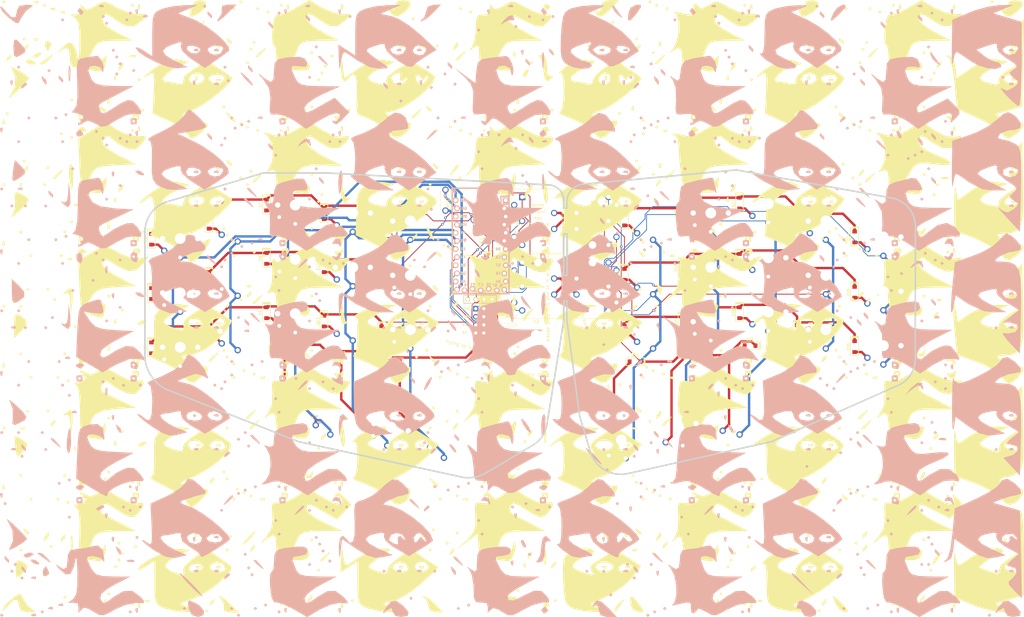
<source format=kicad_pcb>
(kicad_pcb (version 20171130) (host pcbnew "(5.1.9-0-10_14)")
  (layers (0 F.Cu signal) (31 B.Cu signal) (34 B.Paste user) (35 F.Paste user) (36 B.SilkS user hide) (37 F.SilkS user hide) (38 B.Mask user) (39 F.Mask user) (44 Edge.Cuts user))
  (net 0 "")
  (net 1 row0)
  (net 2 "Net-(D1-Pad2)")
  (net 3 row1)
  (net 4 "Net-(D2-Pad2)")
  (net 5 row2)
  (net 6 "Net-(D3-Pad2)")
  (net 7 "Net-(D4-Pad2)")
  (net 8 "Net-(D5-Pad2)")
  (net 9 "Net-(D6-Pad2)")
  (net 10 "Net-(D7-Pad2)")
  (net 11 "Net-(D8-Pad2)")
  (net 12 "Net-(D9-Pad2)")
  (net 13 row3)
  (net 14 "Net-(D10-Pad2)")
  (net 15 "Net-(D11-Pad2)")
  (net 16 "Net-(D12-Pad2)")
  (net 17 "Net-(D13-Pad2)")
  (net 18 "Net-(D14-Pad2)")
  (net 19 "Net-(D15-Pad2)")
  (net 20 "Net-(D16-Pad2)")
  (net 21 "Net-(D17-Pad2)")
  (net 22 "Net-(D18-Pad2)")
  (net 23 row0conR)
  (net 24 "Net-(D19-Pad2)")
  (net 25 row1conR)
  (net 26 "Net-(D20-Pad2)")
  (net 27 row2conR)
  (net 28 "Net-(D21-Pad2)")
  (net 29 row3conR)
  (net 30 "Net-(D22-Pad2)")
  (net 31 "Net-(D23-Pad2)")
  (net 32 "Net-(D24-Pad2)")
  (net 33 "Net-(D25-Pad2)")
  (net 34 "Net-(D26-Pad2)")
  (net 35 "Net-(D27-Pad2)")
  (net 36 "Net-(D28-Pad2)")
  (net 37 "Net-(D29-Pad2)")
  (net 38 "Net-(D30-Pad2)")
  (net 39 "Net-(D31-Pad2)")
  (net 40 "Net-(D32-Pad2)")
  (net 41 "Net-(D33-Pad2)")
  (net 42 "Net-(D34-Pad2)")
  (net 43 "Net-(D35-Pad2)")
  (net 44 "Net-(D36-Pad2)")
  (net 45 "Net-(J1-Pad5)")
  (net 46 "Net-(J2-Pad5)")
  (net 47 col7)
  (net 48 col8)
  (net 49 col9)
  (net 50 col5)
  (net 51 col6)
  (net 52 col7r)
  (net 53 col8r)
  (net 54 col9r)
  (net 55 col5r)
  (net 56 col6r)
  (net 57 mi)
  (net 58 sc)
  (net 59 mo)
  (net 60 ss)
  (net 61 VCC)
  (net 62 GND)
  (net 63 mot)
  (net 64 col0)
  (net 65 col1)
  (net 66 col2)
  (net 67 col3)
  (net 68 col4)
  (net 69 scl)
  (net 70 sda)
  (net 71 "Net-(SW1-Pad2)")
  (net 72 "Net-(SW1-Pad1)")
  (net 73 "Net-(U1-Pad28)")
  (net 74 "Net-(U1-Pad29)")
  (net 75 "Net-(U1-Pad2)")
  (net 76 "Net-(U1-Pad1)")
  (module dual_wield:lizards4 (layer F.Cu) (at 288.13 164.18)
    (fp_text reference G*** hide)
    (fp_text value LOGO hide)
  )
  (module dual_wield:lizards4 (layer B.Cu) (at 287.44 166.62)
    (fp_text reference G*** hide)
    (fp_text value LOGO hide)
  )
  (module Keebio-Parts:Elite-C-ZigZag (layer B.Cu) (at 278 145.5 270)
    (fp_text reference U1 hide)
    (fp_text value Elite-C hide)
    (fp_text user D5 (at 12.4 -2.54) (layer F.SilkS) (effects (font (size 0.8 0.8))))
    (fp_text user D5 (at 12.4 -2.54) (layer B.SilkS) (effects (font (size 0.8 0.8)) (justify mirror)))
    (fp_text user F1 (at 12.4 2.54) (layer B.SilkS) (effects (font (size 0.8 0.8)) (justify mirror)))
    (fp_text user F1 (at 12.4 2.54) (layer F.SilkS) (effects (font (size 0.8 0.8))))
    (fp_text user C7 (at 12.4 0) (layer F.SilkS) (effects (font (size 0.8 0.8))))
    (fp_text user C7 (at 12.4 0) (layer B.SilkS) (effects (font (size 0.8 0.8)) (justify mirror)))
    (fp_text user B6 (at 12.7 6.4 135 unlocked) (layer F.SilkS) (effects (font (size 0.7 0.7))))
    (fp_text user B6 (at 12.7 6.4 135 unlocked) (layer B.SilkS) (effects (font (size 0.7 0.7)) (justify mirror)))
    (fp_text user F0 (at 12.6 4.5) (layer B.SilkS) (effects (font (size 0.7 0.7)) (justify mirror)))
    (fp_text user F0 (at 12.6 4.5) (layer F.SilkS) (effects (font (size 0.7 0.7))))
    (fp_text user B7 (at 12.6 -4.5) (layer F.SilkS) (effects (font (size 0.7 0.7))))
    (fp_text user B7 (at 12.6 -4.5) (layer B.SilkS) (effects (font (size 0.7 0.7)) (justify mirror)))
    (fp_text user ST (at -8.91 5.04) (layer F.SilkS) (effects (font (size 0.8 0.8))))
    (fp_text user TX0/D3 (at -13.97 -3.571872) (layer B.SilkS) (effects (font (size 0.8 0.8)) (justify mirror)))
    (fp_text user TX0/D3 (at -13.97 -3.571872) (layer F.SilkS) (effects (font (size 0.8 0.8))))
    (fp_text user D2 (at -11.43 -5.461) (layer B.SilkS) (effects (font (size 0.8 0.8)) (justify mirror)))
    (fp_text user D0 (at -1.27 -5.461) (layer B.SilkS) (effects (font (size 0.8 0.8)) (justify mirror)))
    (fp_text user D1 (at -3.81 -5.461) (layer B.SilkS) (effects (font (size 0.8 0.8)) (justify mirror)))
    (fp_text user GND (at -6.35 -5.461) (layer B.SilkS) (effects (font (size 0.8 0.8)) (justify mirror)))
    (fp_text user GND (at -8.89 -5.461) (layer B.SilkS) (effects (font (size 0.8 0.8)) (justify mirror)))
    (fp_text user D4 (at 1.27 -5.461) (layer B.SilkS) (effects (font (size 0.8 0.8)) (justify mirror)))
    (fp_text user C6 (at 3.81 -5.461) (layer B.SilkS) (effects (font (size 0.8 0.8)) (justify mirror)))
    (fp_text user D7 (at 6.35 -5.461) (layer B.SilkS) (effects (font (size 0.8 0.8)) (justify mirror)))
    (fp_text user E6 (at 8.89 -5.461) (layer B.SilkS) (effects (font (size 0.8 0.8)) (justify mirror)))
    (fp_text user B4 (at 11.43 -5.461) (layer B.SilkS) (effects (font (size 0.8 0.8)) (justify mirror)))
    (fp_text user B5 (at 12.7 -6.4 225) (layer B.SilkS) (effects (font (size 0.7 0.7)) (justify mirror)))
    (fp_text user B2 (at 11.43 5.461) (layer F.SilkS) (effects (font (size 0.8 0.8))))
    (fp_text user B3 (at 8.89 5.461) (layer B.SilkS) (effects (font (size 0.8 0.8)) (justify mirror)))
    (fp_text user B1 (at 6.35 5.461) (layer B.SilkS) (effects (font (size 0.8 0.8)) (justify mirror)))
    (fp_text user F7 (at 3.81 5.461) (layer F.SilkS) (effects (font (size 0.8 0.8))))
    (fp_text user F6 (at 1.27 5.461) (layer F.SilkS) (effects (font (size 0.8 0.8))))
    (fp_text user F5 (at -1.27 5.461) (layer F.SilkS) (effects (font (size 0.8 0.8))))
    (fp_text user F4 (at -3.81 5.461) (layer B.SilkS) (effects (font (size 0.8 0.8)) (justify mirror)))
    (fp_text user VCC (at -6.35 5.461) (layer B.SilkS) (effects (font (size 0.8 0.8)) (justify mirror)))
    (fp_text user ST (at -8.92 5.73312) (layer B.SilkS) (effects (font (size 0.8 0.8)) (justify mirror)))
    (fp_text user GND (at -11.43 5.461) (layer B.SilkS) (effects (font (size 0.8 0.8)) (justify mirror)))
    (fp_text user B0 (at -13.97 5.461) (layer B.SilkS) (effects (font (size 0.8 0.8)) (justify mirror)))
    (fp_text user B0 (at -13.97 5.461) (layer F.SilkS) (effects (font (size 0.8 0.8))))
    (fp_text user GND (at -11.43 5.461) (layer F.SilkS) (effects (font (size 0.8 0.8))))
    (fp_text user VCC (at -6.35 5.461) (layer F.SilkS) (effects (font (size 0.8 0.8))))
    (fp_text user F4 (at -3.81 5.461) (layer F.SilkS) (effects (font (size 0.8 0.8))))
    (fp_text user F5 (at -1.27 5.461) (layer B.SilkS) (effects (font (size 0.8 0.8)) (justify mirror)))
    (fp_text user F6 (at 1.27 5.461) (layer B.SilkS) (effects (font (size 0.8 0.8)) (justify mirror)))
    (fp_text user F7 (at 3.81 5.461) (layer B.SilkS) (effects (font (size 0.8 0.8)) (justify mirror)))
    (fp_text user B1 (at 6.35 5.461) (layer F.SilkS) (effects (font (size 0.8 0.8))))
    (fp_text user B3 (at 8.89 5.461) (layer F.SilkS) (effects (font (size 0.8 0.8))))
    (fp_text user B2 (at 11.43 5.461) (layer B.SilkS) (effects (font (size 0.8 0.8)) (justify mirror)))
    (fp_text user B5 (at 12.7 -6.4 225) (layer F.SilkS) (effects (font (size 0.7 0.7))))
    (fp_text user B4 (at 11.43 -5.461) (layer F.SilkS) (effects (font (size 0.8 0.8))))
    (fp_text user E6 (at 8.89 -5.461) (layer F.SilkS) (effects (font (size 0.8 0.8))))
    (fp_text user D7 (at 6.35 -5.461) (layer F.SilkS) (effects (font (size 0.8 0.8))))
    (fp_text user C6 (at 3.81 -5.461) (layer F.SilkS) (effects (font (size 0.8 0.8))))
    (fp_text user D4 (at 1.27 -5.461) (layer F.SilkS) (effects (font (size 0.8 0.8))))
    (fp_text user GND (at -8.89 -5.461) (layer F.SilkS) (effects (font (size 0.8 0.8))))
    (fp_text user GND (at -6.35 -5.461) (layer F.SilkS) (effects (font (size 0.8 0.8))))
    (fp_text user D1 (at -3.81 -5.461) (layer F.SilkS) (effects (font (size 0.8 0.8))))
    (fp_text user D0 (at -1.27 -5.461) (layer F.SilkS) (effects (font (size 0.8 0.8))))
    (fp_text user D2 (at -11.43 -5.461) (layer F.SilkS) (effects (font (size 0.8 0.8))))
    (pad 25 thru_hole circle (at 14.1986 -5.08 270) (size 1.7526 1.7526) (drill 1.0922) (layers *.Cu *.SilkS *.Mask) (net 13 row3))
    (pad 26 thru_hole circle (at 13.7414 -2.54 270) (size 1.7526 1.7526) (drill 1.0922) (layers *.Cu *.SilkS *.Mask) (net 3 row1))
    (pad 27 thru_hole circle (at 14.1986 0 270) (size 1.7526 1.7526) (drill 1.0922) (layers *.Cu *.SilkS *.Mask) (net 5 row2))
    (pad 28 thru_hole circle (at 13.7414 2.54 270) (size 1.7526 1.7526) (drill 1.0922) (layers *.Cu *.SilkS *.Mask) (net 73 "Net-(U1-Pad28)"))
    (pad 29 thru_hole circle (at 14.1986 5.08 270) (size 1.7526 1.7526) (drill 1.0922) (layers *.Cu *.SilkS *.Mask) (net 74 "Net-(U1-Pad29)"))
    (pad 24 thru_hole circle (at -13.97 7.8486 270) (size 1.7526 1.7526) (drill 1.0922) (layers *.Cu *.SilkS *.Mask) (net 65 col1))
    (pad 12 thru_hole circle (at 13.97 -7.3914 270) (size 1.7526 1.7526) (drill 1.0922) (layers *.Cu *.SilkS *.Mask) (net 1 row0))
    (pad 23 thru_hole circle (at -11.43 7.3914 270) (size 1.7526 1.7526) (drill 1.0922) (layers *.Cu *.SilkS *.Mask) (net 72 "Net-(SW1-Pad1)"))
    (pad 22 thru_hole circle (at -8.89 7.8486 270) (size 1.7526 1.7526) (drill 1.0922) (layers *.Cu *.SilkS *.Mask) (net 71 "Net-(SW1-Pad2)"))
    (pad 21 thru_hole circle (at -6.35 7.3914 270) (size 1.7526 1.7526) (drill 1.0922) (layers *.Cu *.SilkS *.Mask) (net 61 VCC))
    (pad 20 thru_hole circle (at -3.81 7.8486 270) (size 1.7526 1.7526) (drill 1.0922) (layers *.Cu *.SilkS *.Mask) (net 66 col2))
    (pad 19 thru_hole circle (at -1.27 7.3914 270) (size 1.7526 1.7526) (drill 1.0922) (layers *.Cu *.SilkS *.Mask) (net 67 col3))
    (pad 18 thru_hole circle (at 1.27 7.8486 270) (size 1.7526 1.7526) (drill 1.0922) (layers *.Cu *.SilkS *.Mask) (net 68 col4))
    (pad 17 thru_hole circle (at 3.81 7.3914 270) (size 1.7526 1.7526) (drill 1.0922) (layers *.Cu *.SilkS *.Mask) (net 60 ss))
    (pad 16 thru_hole circle (at 6.35 7.8486 270) (size 1.7526 1.7526) (drill 1.0922) (layers *.Cu *.SilkS *.Mask) (net 58 sc))
    (pad 15 thru_hole circle (at 8.89 7.3914 270) (size 1.7526 1.7526) (drill 1.0922) (layers *.Cu *.SilkS *.Mask) (net 57 mi))
    (pad 14 thru_hole circle (at 11.43 7.8486 270) (size 1.7526 1.7526) (drill 1.0922) (layers *.Cu *.SilkS *.Mask) (net 59 mo))
    (pad 13 thru_hole circle (at 13.97 7.3914 270) (size 1.7526 1.7526) (drill 1.0922) (layers *.Cu *.SilkS *.Mask) (net 64 col0))
    (pad 11 thru_hole circle (at 11.43 -7.8486 270) (size 1.7526 1.7526) (drill 1.0922) (layers *.Cu *.SilkS *.Mask) (net 47 col7))
    (pad 10 thru_hole circle (at 8.89 -7.3914 270) (size 1.7526 1.7526) (drill 1.0922) (layers *.Cu *.SilkS *.Mask) (net 49 col9))
    (pad 9 thru_hole circle (at 6.35 -7.8486 270) (size 1.7526 1.7526) (drill 1.0922) (layers *.Cu *.SilkS *.Mask) (net 51 col6))
    (pad 8 thru_hole circle (at 3.81 -7.3914 270) (size 1.7526 1.7526) (drill 1.0922) (layers *.Cu *.SilkS *.Mask) (net 50 col5))
    (pad 7 thru_hole circle (at 1.27 -7.8486 270) (size 1.7526 1.7526) (drill 1.0922) (layers *.Cu *.SilkS *.Mask) (net 48 col8))
    (pad 6 thru_hole circle (at -1.27 -7.3914 270) (size 1.7526 1.7526) (drill 1.0922) (layers *.Cu *.SilkS *.Mask) (net 69 scl))
    (pad 5 thru_hole circle (at -3.81 -7.8486 270) (size 1.7526 1.7526) (drill 1.0922) (layers *.Cu *.SilkS *.Mask) (net 70 sda))
    (pad 4 thru_hole circle (at -6.35 -7.3914 270) (size 1.7526 1.7526) (drill 1.0922) (layers *.Cu *.SilkS *.Mask) (net 62 GND))
    (pad 3 thru_hole circle (at -8.89 -7.8486 270) (size 1.7526 1.7526) (drill 1.0922) (layers *.Cu *.SilkS *.Mask) (net 62 GND))
    (pad 2 thru_hole circle (at -11.43 -7.3914 270) (size 1.7526 1.7526) (drill 1.0922) (layers *.Cu *.SilkS *.Mask) (net 75 "Net-(U1-Pad2)"))
    (pad 1 thru_hole rect (at -13.97 -7.8486 270) (size 1.7526 1.7526) (drill 1.0922) (layers *.Cu *.SilkS *.Mask) (net 76 "Net-(U1-Pad1)"))
  )
  (module kbd:ResetSW_1side (layer F.Cu) (at 267 131.5 90)
    (fp_text reference SW1 hide)
    (fp_text value SW_PUSH)
    (fp_text user RESET (at -0.23 0.71 90) (layer F.SilkS))
    (pad 2 thru_hole circle (at -3.25 0 90) (size 2 2) (drill 1.3) (layers *.Cu B.Mask) (net 71 "Net-(SW1-Pad2)"))
    (pad 1 thru_hole circle (at 3.25 0 90) (size 2 2) (drill 1.3) (layers *.Cu B.Mask) (net 72 "Net-(SW1-Pad1)"))
  )
  (module kbd:OLED (layer F.Cu) (at 274 162.5)
    (fp_text reference OL1)
    (fp_text value OLED hide)
    (fp_text user OLED (at 3.75 -2.1) (layer B.SilkS) (effects (justify mirror)))
    (fp_text user OLED (at 3.8 -2.1) (layer F.SilkS))
    (pad 4 thru_hole circle (at 7.62 0) (size 1.397 1.397) (drill 0.8128) (layers *.Cu *.Mask F.SilkS) (net 62 GND))
    (pad 3 thru_hole circle (at 5.08 0) (size 1.397 1.397) (drill 0.8128) (layers *.Cu *.Mask F.SilkS) (net 61 VCC))
    (pad 2 thru_hole circle (at 2.54 0) (size 1.397 1.397) (drill 0.8128) (layers *.Cu *.Mask F.SilkS) (net 69 scl))
    (pad 1 thru_hole circle (at 0 0) (size 1.397 1.397) (drill 0.8128) (layers *.Cu *.Mask F.SilkS) (net 70 sda))
  )
  (module Keebio-Parts:Kailh-PG1350-1u-NoLED (layer F.Cu) (at 184 143.5)
    (fp_text reference K?1)
    (fp_text value KEYSW hide)
    (pad "" np_thru_hole circle (at 5.5 0 180) (size 1.7 1.7) (drill 1.7) (layers *.Cu *.Mask))
    (pad "" np_thru_hole circle (at -5.5 0 180) (size 1.7 1.7) (drill 1.7) (layers *.Cu *.Mask))
    (pad 2 thru_hole circle (at -5 3.8 41.9) (size 2 2) (drill 1.2) (layers *.Cu *.Mask) (net 2 "Net-(D1-Pad2)"))
    (pad 1 thru_hole circle (at 0 5.9 180) (size 2 2) (drill 1.2) (layers *.Cu *.Mask) (net 64 col0))
    (pad "" np_thru_hole circle (at 0 0 180) (size 3.4 3.4) (drill 3.4) (layers *.Cu *.Mask))
  )
  (module Keebio-Parts:Kailh-PG1350-1u-NoLED (layer F.Cu) (at 404 177)
    (fp_text reference K35)
    (fp_text value KEYSW hide)
    (pad "" np_thru_hole circle (at 5.5 0 180) (size 1.7 1.7) (drill 1.7) (layers *.Cu *.Mask))
    (pad "" np_thru_hole circle (at -5.5 0 180) (size 1.7 1.7) (drill 1.7) (layers *.Cu *.Mask))
    (pad 2 thru_hole circle (at -5 3.8 41.9) (size 2 2) (drill 1.2) (layers *.Cu *.Mask) (net 44 "Net-(D36-Pad2)"))
    (pad 1 thru_hole circle (at 0 5.9 180) (size 2 2) (drill 1.2) (layers *.Cu *.Mask) (net 54 col9r))
    (pad "" np_thru_hole circle (at 0 0 180) (size 3.4 3.4) (drill 3.4) (layers *.Cu *.Mask))
  )
  (module Keebio-Parts:Kailh-PG1350-1u-NoLED (layer F.Cu) (at 404 160)
    (fp_text reference K34)
    (fp_text value KEYSW hide)
    (pad "" np_thru_hole circle (at 5.5 0 180) (size 1.7 1.7) (drill 1.7) (layers *.Cu *.Mask))
    (pad "" np_thru_hole circle (at -5.5 0 180) (size 1.7 1.7) (drill 1.7) (layers *.Cu *.Mask))
    (pad 2 thru_hole circle (at -5 3.8 41.9) (size 2 2) (drill 1.2) (layers *.Cu *.Mask) (net 43 "Net-(D35-Pad2)"))
    (pad 1 thru_hole circle (at 0 5.9 180) (size 2 2) (drill 1.2) (layers *.Cu *.Mask) (net 54 col9r))
    (pad "" np_thru_hole circle (at 0 0 180) (size 3.4 3.4) (drill 3.4) (layers *.Cu *.Mask))
  )
  (module Keebio-Parts:Kailh-PG1350-1u-NoLED (layer F.Cu) (at 404 143)
    (fp_text reference K33)
    (fp_text value KEYSW hide)
    (pad "" np_thru_hole circle (at 5.5 0 180) (size 1.7 1.7) (drill 1.7) (layers *.Cu *.Mask))
    (pad "" np_thru_hole circle (at -5.5 0 180) (size 1.7 1.7) (drill 1.7) (layers *.Cu *.Mask))
    (pad 2 thru_hole circle (at -5 3.8 41.9) (size 2 2) (drill 1.2) (layers *.Cu *.Mask) (net 42 "Net-(D34-Pad2)"))
    (pad 1 thru_hole circle (at 0 5.9 180) (size 2 2) (drill 1.2) (layers *.Cu *.Mask) (net 54 col9r))
    (pad "" np_thru_hole circle (at 0 0 180) (size 3.4 3.4) (drill 3.4) (layers *.Cu *.Mask))
  )
  (module Keebio-Parts:Kailh-PG1350-1u-NoLED (layer F.Cu) (at 386 172)
    (fp_text reference K32)
    (fp_text value KEYSW hide)
    (pad "" np_thru_hole circle (at 5.5 0 180) (size 1.7 1.7) (drill 1.7) (layers *.Cu *.Mask))
    (pad "" np_thru_hole circle (at -5.5 0 180) (size 1.7 1.7) (drill 1.7) (layers *.Cu *.Mask))
    (pad 2 thru_hole circle (at -5 3.8 41.9) (size 2 2) (drill 1.2) (layers *.Cu *.Mask) (net 41 "Net-(D33-Pad2)"))
    (pad 1 thru_hole circle (at 0 5.9 180) (size 2 2) (drill 1.2) (layers *.Cu *.Mask) (net 53 col8r))
    (pad "" np_thru_hole circle (at 0 0 180) (size 3.4 3.4) (drill 3.4) (layers *.Cu *.Mask))
  )
  (module Keebio-Parts:Kailh-PG1350-1u-NoLED (layer F.Cu) (at 386 155)
    (fp_text reference K31)
    (fp_text value KEYSW hide)
    (pad "" np_thru_hole circle (at 5.5 0 180) (size 1.7 1.7) (drill 1.7) (layers *.Cu *.Mask))
    (pad "" np_thru_hole circle (at -5.5 0 180) (size 1.7 1.7) (drill 1.7) (layers *.Cu *.Mask))
    (pad 2 thru_hole circle (at -5 3.8 41.9) (size 2 2) (drill 1.2) (layers *.Cu *.Mask) (net 40 "Net-(D32-Pad2)"))
    (pad 1 thru_hole circle (at 0 5.9 180) (size 2 2) (drill 1.2) (layers *.Cu *.Mask) (net 53 col8r))
    (pad "" np_thru_hole circle (at 0 0 180) (size 3.4 3.4) (drill 3.4) (layers *.Cu *.Mask))
  )
  (module Keebio-Parts:Kailh-PG1350-1u-NoLED (layer F.Cu) (at 386 138)
    (fp_text reference K30)
    (fp_text value KEYSW hide)
    (pad "" np_thru_hole circle (at 5.5 0 180) (size 1.7 1.7) (drill 1.7) (layers *.Cu *.Mask))
    (pad "" np_thru_hole circle (at -5.5 0 180) (size 1.7 1.7) (drill 1.7) (layers *.Cu *.Mask))
    (pad 2 thru_hole circle (at -5 3.8 41.9) (size 2 2) (drill 1.2) (layers *.Cu *.Mask) (net 39 "Net-(D31-Pad2)"))
    (pad 1 thru_hole circle (at 0 5.9 180) (size 2 2) (drill 1.2) (layers *.Cu *.Mask) (net 53 col8r))
    (pad "" np_thru_hole circle (at 0 0 180) (size 3.4 3.4) (drill 3.4) (layers *.Cu *.Mask))
  )
  (module Keebio-Parts:Kailh-PG1350-1u-NoLED (layer F.Cu) (at 358 199 10)
    (fp_text reference K29)
    (fp_text value KEYSW hide)
    (pad "" np_thru_hole circle (at 5.5 0 190) (size 1.7 1.7) (drill 1.7) (layers *.Cu *.Mask))
    (pad "" np_thru_hole circle (at -5.5 0 190) (size 1.7 1.7) (drill 1.7) (layers *.Cu *.Mask))
    (pad 2 thru_hole circle (at -5 3.8 51.9) (size 2 2) (drill 1.2) (layers *.Cu *.Mask) (net 38 "Net-(D30-Pad2)"))
    (pad 1 thru_hole circle (at 0 5.9 190) (size 2 2) (drill 1.2) (layers *.Cu *.Mask) (net 52 col7r))
    (pad "" np_thru_hole circle (at 0 0 190) (size 3.4 3.4) (drill 3.4) (layers *.Cu *.Mask))
  )
  (module Keebio-Parts:Kailh-PG1350-1u-NoLED (layer F.Cu) (at 368 166.5)
    (fp_text reference K28)
    (fp_text value KEYSW hide)
    (pad "" np_thru_hole circle (at 5.5 0 180) (size 1.7 1.7) (drill 1.7) (layers *.Cu *.Mask))
    (pad "" np_thru_hole circle (at -5.5 0 180) (size 1.7 1.7) (drill 1.7) (layers *.Cu *.Mask))
    (pad 2 thru_hole circle (at -5 3.8 41.9) (size 2 2) (drill 1.2) (layers *.Cu *.Mask) (net 37 "Net-(D29-Pad2)"))
    (pad 1 thru_hole circle (at 0 5.9 180) (size 2 2) (drill 1.2) (layers *.Cu *.Mask) (net 52 col7r))
    (pad "" np_thru_hole circle (at 0 0 180) (size 3.4 3.4) (drill 3.4) (layers *.Cu *.Mask))
  )
  (module Keebio-Parts:Kailh-PG1350-1u-NoLED (layer F.Cu) (at 368 149.5)
    (fp_text reference K27)
    (fp_text value KEYSW hide)
    (pad "" np_thru_hole circle (at 5.5 0 180) (size 1.7 1.7) (drill 1.7) (layers *.Cu *.Mask))
    (pad "" np_thru_hole circle (at -5.5 0 180) (size 1.7 1.7) (drill 1.7) (layers *.Cu *.Mask))
    (pad 2 thru_hole circle (at -5 3.8 41.9) (size 2 2) (drill 1.2) (layers *.Cu *.Mask) (net 36 "Net-(D28-Pad2)"))
    (pad 1 thru_hole circle (at 0 5.9 180) (size 2 2) (drill 1.2) (layers *.Cu *.Mask) (net 52 col7r))
    (pad "" np_thru_hole circle (at 0 0 180) (size 3.4 3.4) (drill 3.4) (layers *.Cu *.Mask))
  )
  (module Keebio-Parts:Kailh-PG1350-1u-NoLED (layer F.Cu) (at 368.02 132.6)
    (fp_text reference K26)
    (fp_text value KEYSW hide)
    (pad "" np_thru_hole circle (at 5.5 0 180) (size 1.7 1.7) (drill 1.7) (layers *.Cu *.Mask))
    (pad "" np_thru_hole circle (at -5.5 0 180) (size 1.7 1.7) (drill 1.7) (layers *.Cu *.Mask))
    (pad 2 thru_hole circle (at -5 3.8 41.9) (size 2 2) (drill 1.2) (layers *.Cu *.Mask) (net 35 "Net-(D27-Pad2)"))
    (pad 1 thru_hole circle (at 0 5.9 180) (size 2 2) (drill 1.2) (layers *.Cu *.Mask) (net 52 col7r))
    (pad "" np_thru_hole circle (at 0 0 180) (size 3.4 3.4) (drill 3.4) (layers *.Cu *.Mask))
  )
  (module Keebio-Parts:Kailh-PG1350-1u-NoLED (layer F.Cu) (at 340 202.5 12)
    (fp_text reference K25)
    (fp_text value KEYSW hide)
    (pad "" np_thru_hole circle (at 5.5 0 192) (size 1.7 1.7) (drill 1.7) (layers *.Cu *.Mask))
    (pad "" np_thru_hole circle (at -5.5 0 192) (size 1.7 1.7) (drill 1.7) (layers *.Cu *.Mask))
    (pad 2 thru_hole circle (at -5 3.8 53.9) (size 2 2) (drill 1.2) (layers *.Cu *.Mask) (net 34 "Net-(D26-Pad2)"))
    (pad 1 thru_hole circle (at 0 5.9 192) (size 2 2) (drill 1.2) (layers *.Cu *.Mask) (net 56 col6r))
    (pad "" np_thru_hole circle (at 0 0 192) (size 3.4 3.4) (drill 3.4) (layers *.Cu *.Mask))
  )
  (module Keebio-Parts:Kailh-PG1350-1u-NoLED (layer F.Cu) (at 350 169.5)
    (fp_text reference K24)
    (fp_text value KEYSW hide)
    (pad "" np_thru_hole circle (at 5.5 0 180) (size 1.7 1.7) (drill 1.7) (layers *.Cu *.Mask))
    (pad "" np_thru_hole circle (at -5.5 0 180) (size 1.7 1.7) (drill 1.7) (layers *.Cu *.Mask))
    (pad 2 thru_hole circle (at -5 3.8 41.9) (size 2 2) (drill 1.2) (layers *.Cu *.Mask) (net 33 "Net-(D25-Pad2)"))
    (pad 1 thru_hole circle (at 0 5.9 180) (size 2 2) (drill 1.2) (layers *.Cu *.Mask) (net 56 col6r))
    (pad "" np_thru_hole circle (at 0 0 180) (size 3.4 3.4) (drill 3.4) (layers *.Cu *.Mask))
  )
  (module Keebio-Parts:Kailh-PG1350-1u-NoLED (layer F.Cu) (at 350 152.5)
    (fp_text reference K23)
    (fp_text value KEYSW hide)
    (pad "" np_thru_hole circle (at 5.5 0 180) (size 1.7 1.7) (drill 1.7) (layers *.Cu *.Mask))
    (pad "" np_thru_hole circle (at -5.5 0 180) (size 1.7 1.7) (drill 1.7) (layers *.Cu *.Mask))
    (pad 2 thru_hole circle (at -5 3.8 41.9) (size 2 2) (drill 1.2) (layers *.Cu *.Mask) (net 32 "Net-(D24-Pad2)"))
    (pad 1 thru_hole circle (at 0 5.9 180) (size 2 2) (drill 1.2) (layers *.Cu *.Mask) (net 56 col6r))
    (pad "" np_thru_hole circle (at 0 0 180) (size 3.4 3.4) (drill 3.4) (layers *.Cu *.Mask))
  )
  (module Keebio-Parts:Kailh-PG1350-1u-NoLED (layer F.Cu) (at 350 135.5)
    (fp_text reference K22)
    (fp_text value KEYSW hide)
    (pad "" np_thru_hole circle (at 5.5 0 180) (size 1.7 1.7) (drill 1.7) (layers *.Cu *.Mask))
    (pad "" np_thru_hole circle (at -5.5 0 180) (size 1.7 1.7) (drill 1.7) (layers *.Cu *.Mask))
    (pad 2 thru_hole circle (at -5 3.8 41.9) (size 2 2) (drill 1.2) (layers *.Cu *.Mask) (net 31 "Net-(D23-Pad2)"))
    (pad 1 thru_hole circle (at 0 5.9 180) (size 2 2) (drill 1.2) (layers *.Cu *.Mask) (net 56 col6r))
    (pad "" np_thru_hole circle (at 0 0 180) (size 3.4 3.4) (drill 3.4) (layers *.Cu *.Mask))
  )
  (module Keebio-Parts:Kailh-PG1350-1u-NoLED (layer F.Cu) (at 322 206.5 14)
    (fp_text reference K21)
    (fp_text value KEYSW hide)
    (pad "" np_thru_hole circle (at 5.5 0 194) (size 1.7 1.7) (drill 1.7) (layers *.Cu *.Mask))
    (pad "" np_thru_hole circle (at -5.5 0 194) (size 1.7 1.7) (drill 1.7) (layers *.Cu *.Mask))
    (pad 2 thru_hole circle (at -5 3.8 55.9) (size 2 2) (drill 1.2) (layers *.Cu *.Mask) (net 30 "Net-(D22-Pad2)"))
    (pad 1 thru_hole circle (at 0 5.9 194) (size 2 2) (drill 1.2) (layers *.Cu *.Mask) (net 55 col5r))
    (pad "" np_thru_hole circle (at 0 0 194) (size 3.4 3.4) (drill 3.4) (layers *.Cu *.Mask))
  )
  (module Keebio-Parts:Kailh-PG1350-1u-NoLED (layer F.Cu) (at 331.94 172)
    (fp_text reference K20)
    (fp_text value KEYSW hide)
    (pad "" np_thru_hole circle (at 5.5 0 180) (size 1.7 1.7) (drill 1.7) (layers *.Cu *.Mask))
    (pad "" np_thru_hole circle (at -5.5 0 180) (size 1.7 1.7) (drill 1.7) (layers *.Cu *.Mask))
    (pad 2 thru_hole circle (at -5 3.8 41.9) (size 2 2) (drill 1.2) (layers *.Cu *.Mask) (net 28 "Net-(D21-Pad2)"))
    (pad 1 thru_hole circle (at 0 5.9 180) (size 2 2) (drill 1.2) (layers *.Cu *.Mask) (net 55 col5r))
    (pad "" np_thru_hole circle (at 0 0 180) (size 3.4 3.4) (drill 3.4) (layers *.Cu *.Mask))
  )
  (module Keebio-Parts:Kailh-PG1350-1u-NoLED (layer F.Cu) (at 331.94 155)
    (fp_text reference K19)
    (fp_text value KEYSW hide)
    (pad "" np_thru_hole circle (at 5.5 0 180) (size 1.7 1.7) (drill 1.7) (layers *.Cu *.Mask))
    (pad "" np_thru_hole circle (at -5.5 0 180) (size 1.7 1.7) (drill 1.7) (layers *.Cu *.Mask))
    (pad 2 thru_hole circle (at -5 3.8 41.9) (size 2 2) (drill 1.2) (layers *.Cu *.Mask) (net 26 "Net-(D20-Pad2)"))
    (pad 1 thru_hole circle (at 0 5.9 180) (size 2 2) (drill 1.2) (layers *.Cu *.Mask) (net 55 col5r))
    (pad "" np_thru_hole circle (at 0 0 180) (size 3.4 3.4) (drill 3.4) (layers *.Cu *.Mask))
  )
  (module Keebio-Parts:Kailh-PG1350-1u-NoLED (layer F.Cu) (at 331.94 138)
    (fp_text reference K18)
    (fp_text value KEYSW hide)
    (pad "" np_thru_hole circle (at 5.5 0 180) (size 1.7 1.7) (drill 1.7) (layers *.Cu *.Mask))
    (pad "" np_thru_hole circle (at -5.5 0 180) (size 1.7 1.7) (drill 1.7) (layers *.Cu *.Mask))
    (pad 2 thru_hole circle (at -5 3.8 41.9) (size 2 2) (drill 1.2) (layers *.Cu *.Mask) (net 24 "Net-(D19-Pad2)"))
    (pad 1 thru_hole circle (at 0 5.9 180) (size 2 2) (drill 1.2) (layers *.Cu *.Mask) (net 55 col5r))
    (pad "" np_thru_hole circle (at 0 0 180) (size 3.4 3.4) (drill 3.4) (layers *.Cu *.Mask))
  )
  (module Keebio-Parts:Kailh-PG1350-1u-NoLED (layer F.Cu) (at 267.95 206.35 346)
    (fp_text reference K17)
    (fp_text value KEYSW hide)
    (pad "" np_thru_hole circle (at 5.5 0 166) (size 1.7 1.7) (drill 1.7) (layers *.Cu *.Mask))
    (pad "" np_thru_hole circle (at -5.5 0 166) (size 1.7 1.7) (drill 1.7) (layers *.Cu *.Mask))
    (pad 2 thru_hole circle (at -5 3.8 27.9) (size 2 2) (drill 1.2) (layers *.Cu *.Mask) (net 22 "Net-(D18-Pad2)"))
    (pad 1 thru_hole circle (at 0 5.9 166) (size 2 2) (drill 1.2) (layers *.Cu *.Mask) (net 68 col4))
    (pad "" np_thru_hole circle (at 0 0 166) (size 3.4 3.4) (drill 3.4) (layers *.Cu *.Mask))
  )
  (module Keebio-Parts:Kailh-PG1350-1u-NoLED (layer F.Cu) (at 256 172)
    (fp_text reference K16)
    (fp_text value KEYSW hide)
    (pad "" np_thru_hole circle (at 5.5 0 180) (size 1.7 1.7) (drill 1.7) (layers *.Cu *.Mask))
    (pad "" np_thru_hole circle (at -5.5 0 180) (size 1.7 1.7) (drill 1.7) (layers *.Cu *.Mask))
    (pad 2 thru_hole circle (at -5 3.8 41.9) (size 2 2) (drill 1.2) (layers *.Cu *.Mask) (net 21 "Net-(D17-Pad2)"))
    (pad 1 thru_hole circle (at 0 5.9 180) (size 2 2) (drill 1.2) (layers *.Cu *.Mask) (net 68 col4))
    (pad "" np_thru_hole circle (at 0 0 180) (size 3.4 3.4) (drill 3.4) (layers *.Cu *.Mask))
  )
  (module Keebio-Parts:Kailh-PG1350-1u-NoLED (layer F.Cu) (at 256 155)
    (fp_text reference K15)
    (fp_text value KEYSW hide)
    (pad "" np_thru_hole circle (at 5.5 0 180) (size 1.7 1.7) (drill 1.7) (layers *.Cu *.Mask))
    (pad "" np_thru_hole circle (at -5.5 0 180) (size 1.7 1.7) (drill 1.7) (layers *.Cu *.Mask))
    (pad 2 thru_hole circle (at -5 3.8 41.9) (size 2 2) (drill 1.2) (layers *.Cu *.Mask) (net 20 "Net-(D16-Pad2)"))
    (pad 1 thru_hole circle (at 0 5.9 180) (size 2 2) (drill 1.2) (layers *.Cu *.Mask) (net 68 col4))
    (pad "" np_thru_hole circle (at 0 0 180) (size 3.4 3.4) (drill 3.4) (layers *.Cu *.Mask))
  )
  (module Keebio-Parts:Kailh-PG1350-1u-NoLED (layer F.Cu) (at 256 138)
    (fp_text reference K14)
    (fp_text value KEYSW hide)
    (pad "" np_thru_hole circle (at 5.5 0 180) (size 1.7 1.7) (drill 1.7) (layers *.Cu *.Mask))
    (pad "" np_thru_hole circle (at -5.5 0 180) (size 1.7 1.7) (drill 1.7) (layers *.Cu *.Mask))
    (pad 2 thru_hole circle (at -5 3.8 41.9) (size 2 2) (drill 1.2) (layers *.Cu *.Mask) (net 19 "Net-(D15-Pad2)"))
    (pad 1 thru_hole circle (at 0 5.9 180) (size 2 2) (drill 1.2) (layers *.Cu *.Mask) (net 68 col4))
    (pad "" np_thru_hole circle (at 0 0 180) (size 3.4 3.4) (drill 3.4) (layers *.Cu *.Mask))
  )
  (module Keebio-Parts:Kailh-PG1350-1u-NoLED (layer F.Cu) (at 250 202.5 348)
    (fp_text reference K13)
    (fp_text value KEYSW hide)
    (pad "" np_thru_hole circle (at 5.5 0 168) (size 1.7 1.7) (drill 1.7) (layers *.Cu *.Mask))
    (pad "" np_thru_hole circle (at -5.5 0 168) (size 1.7 1.7) (drill 1.7) (layers *.Cu *.Mask))
    (pad 2 thru_hole circle (at -5 3.8 29.9) (size 2 2) (drill 1.2) (layers *.Cu *.Mask) (net 18 "Net-(D14-Pad2)"))
    (pad 1 thru_hole circle (at 0 5.9 168) (size 2 2) (drill 1.2) (layers *.Cu *.Mask) (net 67 col3))
    (pad "" np_thru_hole circle (at 0 0 168) (size 3.4 3.4) (drill 3.4) (layers *.Cu *.Mask))
  )
  (module Keebio-Parts:Kailh-PG1350-1u-NoLED (layer F.Cu) (at 238 169.5)
    (fp_text reference K12)
    (fp_text value KEYSW hide)
    (pad "" np_thru_hole circle (at 5.5 0 180) (size 1.7 1.7) (drill 1.7) (layers *.Cu *.Mask))
    (pad "" np_thru_hole circle (at -5.5 0 180) (size 1.7 1.7) (drill 1.7) (layers *.Cu *.Mask))
    (pad 2 thru_hole circle (at -5 3.8 41.9) (size 2 2) (drill 1.2) (layers *.Cu *.Mask) (net 17 "Net-(D13-Pad2)"))
    (pad 1 thru_hole circle (at 0 5.9 180) (size 2 2) (drill 1.2) (layers *.Cu *.Mask) (net 67 col3))
    (pad "" np_thru_hole circle (at 0 0 180) (size 3.4 3.4) (drill 3.4) (layers *.Cu *.Mask))
  )
  (module Keebio-Parts:Kailh-PG1350-1u-NoLED (layer F.Cu) (at 238 152.5)
    (fp_text reference K11)
    (fp_text value KEYSW hide)
    (pad "" np_thru_hole circle (at 5.5 0 180) (size 1.7 1.7) (drill 1.7) (layers *.Cu *.Mask))
    (pad "" np_thru_hole circle (at -5.5 0 180) (size 1.7 1.7) (drill 1.7) (layers *.Cu *.Mask))
    (pad 2 thru_hole circle (at -5 3.8 41.9) (size 2 2) (drill 1.2) (layers *.Cu *.Mask) (net 16 "Net-(D12-Pad2)"))
    (pad 1 thru_hole circle (at 0 5.9 180) (size 2 2) (drill 1.2) (layers *.Cu *.Mask) (net 67 col3))
    (pad "" np_thru_hole circle (at 0 0 180) (size 3.4 3.4) (drill 3.4) (layers *.Cu *.Mask))
  )
  (module Keebio-Parts:Kailh-PG1350-1u-NoLED (layer F.Cu) (at 238 135.5)
    (fp_text reference K10)
    (fp_text value KEYSW hide)
    (pad "" np_thru_hole circle (at 5.5 0 180) (size 1.7 1.7) (drill 1.7) (layers *.Cu *.Mask))
    (pad "" np_thru_hole circle (at -5.5 0 180) (size 1.7 1.7) (drill 1.7) (layers *.Cu *.Mask))
    (pad 2 thru_hole circle (at -5 3.8 41.9) (size 2 2) (drill 1.2) (layers *.Cu *.Mask) (net 15 "Net-(D11-Pad2)"))
    (pad 1 thru_hole circle (at 0 5.9 180) (size 2 2) (drill 1.2) (layers *.Cu *.Mask) (net 67 col3))
    (pad "" np_thru_hole circle (at 0 0 180) (size 3.4 3.4) (drill 3.4) (layers *.Cu *.Mask))
  )
  (module Keebio-Parts:Kailh-PG1350-1u-NoLED (layer F.Cu) (at 232 199 350)
    (fp_text reference K9)
    (fp_text value KEYSW hide)
    (pad "" np_thru_hole circle (at 5.5 0 170) (size 1.7 1.7) (drill 1.7) (layers *.Cu *.Mask))
    (pad "" np_thru_hole circle (at -5.5 0 170) (size 1.7 1.7) (drill 1.7) (layers *.Cu *.Mask))
    (pad 2 thru_hole circle (at -5 3.8 31.9) (size 2 2) (drill 1.2) (layers *.Cu *.Mask) (net 14 "Net-(D10-Pad2)"))
    (pad 1 thru_hole circle (at 0 5.9 170) (size 2 2) (drill 1.2) (layers *.Cu *.Mask) (net 66 col2))
    (pad "" np_thru_hole circle (at 0 0 170) (size 3.4 3.4) (drill 3.4) (layers *.Cu *.Mask))
  )
  (module Keebio-Parts:Kailh-PG1350-1u-NoLED (layer F.Cu) (at 220 167)
    (fp_text reference K8)
    (fp_text value KEYSW hide)
    (pad "" np_thru_hole circle (at 5.5 0 180) (size 1.7 1.7) (drill 1.7) (layers *.Cu *.Mask))
    (pad "" np_thru_hole circle (at -5.5 0 180) (size 1.7 1.7) (drill 1.7) (layers *.Cu *.Mask))
    (pad 2 thru_hole circle (at -5 3.8 41.9) (size 2 2) (drill 1.2) (layers *.Cu *.Mask) (net 12 "Net-(D9-Pad2)"))
    (pad 1 thru_hole circle (at 0 5.9 180) (size 2 2) (drill 1.2) (layers *.Cu *.Mask) (net 66 col2))
    (pad "" np_thru_hole circle (at 0 0 180) (size 3.4 3.4) (drill 3.4) (layers *.Cu *.Mask))
  )
  (module Keebio-Parts:Kailh-PG1350-1u-NoLED (layer F.Cu) (at 220 150)
    (fp_text reference K7)
    (fp_text value KEYSW hide)
    (pad "" np_thru_hole circle (at 5.5 0 180) (size 1.7 1.7) (drill 1.7) (layers *.Cu *.Mask))
    (pad "" np_thru_hole circle (at -5.5 0 180) (size 1.7 1.7) (drill 1.7) (layers *.Cu *.Mask))
    (pad 2 thru_hole circle (at -5 3.8 41.9) (size 2 2) (drill 1.2) (layers *.Cu *.Mask) (net 11 "Net-(D8-Pad2)"))
    (pad 1 thru_hole circle (at 0 5.9 180) (size 2 2) (drill 1.2) (layers *.Cu *.Mask) (net 66 col2))
    (pad "" np_thru_hole circle (at 0 0 180) (size 3.4 3.4) (drill 3.4) (layers *.Cu *.Mask))
  )
  (module Keebio-Parts:Kailh-PG1350-1u-NoLED (layer F.Cu) (at 220 133)
    (fp_text reference K6)
    (fp_text value KEYSW hide)
    (pad "" np_thru_hole circle (at 5.5 0 180) (size 1.7 1.7) (drill 1.7) (layers *.Cu *.Mask))
    (pad "" np_thru_hole circle (at -5.5 0 180) (size 1.7 1.7) (drill 1.7) (layers *.Cu *.Mask))
    (pad 2 thru_hole circle (at -5 3.8 41.9) (size 2 2) (drill 1.2) (layers *.Cu *.Mask) (net 10 "Net-(D7-Pad2)"))
    (pad 1 thru_hole circle (at 0 5.9 180) (size 2 2) (drill 1.2) (layers *.Cu *.Mask) (net 66 col2))
    (pad "" np_thru_hole circle (at 0 0 180) (size 3.4 3.4) (drill 3.4) (layers *.Cu *.Mask))
  )
  (module Keebio-Parts:Kailh-PG1350-1u-NoLED (layer F.Cu) (at 202 172.5)
    (fp_text reference K5)
    (fp_text value KEYSW hide)
    (pad "" np_thru_hole circle (at 5.5 0 180) (size 1.7 1.7) (drill 1.7) (layers *.Cu *.Mask))
    (pad "" np_thru_hole circle (at -5.5 0 180) (size 1.7 1.7) (drill 1.7) (layers *.Cu *.Mask))
    (pad 2 thru_hole circle (at -5 3.8 41.9) (size 2 2) (drill 1.2) (layers *.Cu *.Mask) (net 9 "Net-(D6-Pad2)"))
    (pad 1 thru_hole circle (at 0 5.9 180) (size 2 2) (drill 1.2) (layers *.Cu *.Mask) (net 65 col1))
    (pad "" np_thru_hole circle (at 0 0 180) (size 3.4 3.4) (drill 3.4) (layers *.Cu *.Mask))
  )
  (module Keebio-Parts:Kailh-PG1350-1u-NoLED (layer F.Cu) (at 202 155.5)
    (fp_text reference K4)
    (fp_text value KEYSW hide)
    (pad "" np_thru_hole circle (at 5.5 0 180) (size 1.7 1.7) (drill 1.7) (layers *.Cu *.Mask))
    (pad "" np_thru_hole circle (at -5.5 0 180) (size 1.7 1.7) (drill 1.7) (layers *.Cu *.Mask))
    (pad 2 thru_hole circle (at -5 3.8 41.9) (size 2 2) (drill 1.2) (layers *.Cu *.Mask) (net 8 "Net-(D5-Pad2)"))
    (pad 1 thru_hole circle (at 0 5.9 180) (size 2 2) (drill 1.2) (layers *.Cu *.Mask) (net 65 col1))
    (pad "" np_thru_hole circle (at 0 0 180) (size 3.4 3.4) (drill 3.4) (layers *.Cu *.Mask))
  )
  (module Keebio-Parts:Kailh-PG1350-1u-NoLED (layer F.Cu) (at 202 138.5)
    (fp_text reference K3)
    (fp_text value KEYSW hide)
    (pad "" np_thru_hole circle (at 5.5 0 180) (size 1.7 1.7) (drill 1.7) (layers *.Cu *.Mask))
    (pad "" np_thru_hole circle (at -5.5 0 180) (size 1.7 1.7) (drill 1.7) (layers *.Cu *.Mask))
    (pad 2 thru_hole circle (at -5 3.8 41.9) (size 2 2) (drill 1.2) (layers *.Cu *.Mask) (net 7 "Net-(D4-Pad2)"))
    (pad 1 thru_hole circle (at 0 5.9 180) (size 2 2) (drill 1.2) (layers *.Cu *.Mask) (net 65 col1))
    (pad "" np_thru_hole circle (at 0 0 180) (size 3.4 3.4) (drill 3.4) (layers *.Cu *.Mask))
  )
  (module Keebio-Parts:Kailh-PG1350-1u-NoLED (layer F.Cu) (at 184 177.5)
    (fp_text reference K2)
    (fp_text value KEYSW hide)
    (pad "" np_thru_hole circle (at 5.5 0 180) (size 1.7 1.7) (drill 1.7) (layers *.Cu *.Mask))
    (pad "" np_thru_hole circle (at -5.5 0 180) (size 1.7 1.7) (drill 1.7) (layers *.Cu *.Mask))
    (pad 2 thru_hole circle (at -5 3.8 41.9) (size 2 2) (drill 1.2) (layers *.Cu *.Mask) (net 6 "Net-(D3-Pad2)"))
    (pad 1 thru_hole circle (at 0 5.9 180) (size 2 2) (drill 1.2) (layers *.Cu *.Mask) (net 64 col0))
    (pad "" np_thru_hole circle (at 0 0 180) (size 3.4 3.4) (drill 3.4) (layers *.Cu *.Mask))
  )
  (module Keebio-Parts:Kailh-PG1350-1u-NoLED (layer F.Cu) (at 184 160.5)
    (fp_text reference K1)
    (fp_text value KEYSW hide)
    (pad "" np_thru_hole circle (at 5.5 0 180) (size 1.7 1.7) (drill 1.7) (layers *.Cu *.Mask))
    (pad "" np_thru_hole circle (at -5.5 0 180) (size 1.7 1.7) (drill 1.7) (layers *.Cu *.Mask))
    (pad 2 thru_hole circle (at -5 3.8 41.9) (size 2 2) (drill 1.2) (layers *.Cu *.Mask) (net 4 "Net-(D2-Pad2)"))
    (pad 1 thru_hole circle (at 0 5.9 180) (size 2 2) (drill 1.2) (layers *.Cu *.Mask) (net 64 col0))
    (pad "" np_thru_hole circle (at 0 0 180) (size 3.4 3.4) (drill 3.4) (layers *.Cu *.Mask))
  )
  (module Connector_PinHeader_2.54mm:PinHeader_2x04_P2.54mm_Horizontal (layer F.Cu) (at 276.46 165.42)
    (fp_text reference JADNS1 (at 5.655 -2.27) (layer F.SilkS))
    (fp_text value Conn_02x04_Top_Bottom)
    (pad 8 thru_hole oval (at 2.54 7.62) (size 1.7 1.7) (drill 1) (layers *.Cu *.Mask) (net 57 mi))
    (pad 7 thru_hole oval (at 0 7.62) (size 1.7 1.7) (drill 1) (layers *.Cu *.Mask) (net 58 sc))
    (pad 6 thru_hole oval (at 2.54 5.08) (size 1.7 1.7) (drill 1) (layers *.Cu *.Mask) (net 59 mo))
    (pad 5 thru_hole oval (at 0 5.08) (size 1.7 1.7) (drill 1) (layers *.Cu *.Mask) (net 60 ss))
    (pad 4 thru_hole oval (at 2.54 2.54) (size 1.7 1.7) (drill 1) (layers *.Cu *.Mask) (net 61 VCC))
    (pad 3 thru_hole oval (at 0 2.54) (size 1.7 1.7) (drill 1) (layers *.Cu *.Mask) (net 62 GND))
    (pad 2 thru_hole oval (at 2.54 0) (size 1.7 1.7) (drill 1) (layers *.Cu *.Mask) (net 62 GND))
    (pad 1 thru_hole rect (at 0 0) (size 1.7 1.7) (drill 1) (layers *.Cu *.Mask) (net 63 mot))
  )
  (module SDS-50J:CUI_SDS-50J (layer F.Cu) (at 313 158.5 270)
    (fp_text reference J4 (at -6.825 -9.635 90) (layer F.SilkS) (effects (font (thickness 0.015))))
    (fp_text value DIN-5)
    (pad 3 thru_hole circle (at -7.5 -5 270) (size 1.95 1.95) (drill 1.3) (layers *.Cu *.Mask) (net 52 col7r))
    (pad None np_thru_hole circle (at -7.5 0 270) (size 2.4 2.4) (drill 2.4) (layers *.Cu *.Mask))
    (pad None np_thru_hole circle (at 7.5 0 270) (size 2.4 2.4) (drill 2.4) (layers *.Cu *.Mask))
    (pad 4 thru_hole circle (at 5 -7.5 270) (size 1.95 1.95) (drill 1.3) (layers *.Cu *.Mask) (net 53 col8r))
    (pad 5 thru_hole circle (at -5 -7.5 270) (size 1.95 1.95) (drill 1.3) (layers *.Cu *.Mask) (net 54 col9r))
    (pad 1 thru_hole rect (at 7.5 -5 270) (size 1.95 1.95) (drill 1.3) (layers *.Cu *.Mask) (net 55 col5r))
    (pad 2 thru_hole circle (at 0 -5 270) (size 1.95 1.95) (drill 1.3) (layers *.Cu *.Mask) (net 56 col6r))
    (pad E2 thru_hole circle (at 2.5 5 270) (size 1.95 1.95) (drill 1.3) (layers *.Cu *.Mask))
    (pad E1 thru_hole circle (at -2.5 5 270) (size 1.95 1.95) (drill 1.3) (layers *.Cu *.Mask))
  )
  (module SDS-50J:CUI_SDS-50J (layer F.Cu) (at 296 138 90)
    (fp_text reference J3 (at -6.825 -9.635 90) (layer F.SilkS) (effects (font (thickness 0.015))))
    (fp_text value DIN-5)
    (pad 3 thru_hole circle (at -7.5 -5 90) (size 1.95 1.95) (drill 1.3) (layers *.Cu *.Mask) (net 47 col7))
    (pad None np_thru_hole circle (at -7.5 0 90) (size 2.4 2.4) (drill 2.4) (layers *.Cu *.Mask))
    (pad None np_thru_hole circle (at 7.5 0 90) (size 2.4 2.4) (drill 2.4) (layers *.Cu *.Mask))
    (pad 4 thru_hole circle (at 5 -7.5 90) (size 1.95 1.95) (drill 1.3) (layers *.Cu *.Mask) (net 48 col8))
    (pad 5 thru_hole circle (at -5 -7.5 90) (size 1.95 1.95) (drill 1.3) (layers *.Cu *.Mask) (net 49 col9))
    (pad 1 thru_hole rect (at 7.5 -5 90) (size 1.95 1.95) (drill 1.3) (layers *.Cu *.Mask) (net 50 col5))
    (pad 2 thru_hole circle (at 0 -5 90) (size 1.95 1.95) (drill 1.3) (layers *.Cu *.Mask) (net 51 col6))
    (pad E2 thru_hole circle (at 2.5 5 90) (size 1.95 1.95) (drill 1.3) (layers *.Cu *.Mask))
    (pad E1 thru_hole circle (at -2.5 5 90) (size 1.95 1.95) (drill 1.3) (layers *.Cu *.Mask))
  )
  (module SDS-50J:CUI_SDS-50J (layer F.Cu) (at 313 138 270)
    (fp_text reference J2 (at -6.825 -9.635 90) (layer F.SilkS) (effects (font (thickness 0.015))))
    (fp_text value DIN-5)
    (pad 3 thru_hole circle (at -7.5 -5 270) (size 1.95 1.95) (drill 1.3) (layers *.Cu *.Mask) (net 27 row2conR))
    (pad None np_thru_hole circle (at -7.5 0 270) (size 2.4 2.4) (drill 2.4) (layers *.Cu *.Mask))
    (pad None np_thru_hole circle (at 7.5 0 270) (size 2.4 2.4) (drill 2.4) (layers *.Cu *.Mask))
    (pad 4 thru_hole circle (at 5 -7.5 270) (size 1.95 1.95) (drill 1.3) (layers *.Cu *.Mask) (net 29 row3conR))
    (pad 5 thru_hole circle (at -5 -7.5 270) (size 1.95 1.95) (drill 1.3) (layers *.Cu *.Mask) (net 46 "Net-(J2-Pad5)"))
    (pad 1 thru_hole rect (at 7.5 -5 270) (size 1.95 1.95) (drill 1.3) (layers *.Cu *.Mask) (net 23 row0conR))
    (pad 2 thru_hole circle (at 0 -5 270) (size 1.95 1.95) (drill 1.3) (layers *.Cu *.Mask) (net 25 row1conR))
    (pad E2 thru_hole circle (at 2.5 5 270) (size 1.95 1.95) (drill 1.3) (layers *.Cu *.Mask))
    (pad E1 thru_hole circle (at -2.5 5 270) (size 1.95 1.95) (drill 1.3) (layers *.Cu *.Mask))
  )
  (module SDS-50J:CUI_SDS-50J (layer F.Cu) (at 296 158.5 90)
    (fp_text reference J1 (at -6.825 -9.635 90) (layer F.SilkS) (effects (font (thickness 0.015))))
    (fp_text value DIN-5)
    (pad 3 thru_hole circle (at -7.5 -5 90) (size 1.95 1.95) (drill 1.3) (layers *.Cu *.Mask) (net 5 row2))
    (pad None np_thru_hole circle (at -7.5 0 90) (size 2.4 2.4) (drill 2.4) (layers *.Cu *.Mask))
    (pad None np_thru_hole circle (at 7.5 0 90) (size 2.4 2.4) (drill 2.4) (layers *.Cu *.Mask))
    (pad 4 thru_hole circle (at 5 -7.5 90) (size 1.95 1.95) (drill 1.3) (layers *.Cu *.Mask) (net 13 row3))
    (pad 5 thru_hole circle (at -5 -7.5 90) (size 1.95 1.95) (drill 1.3) (layers *.Cu *.Mask) (net 45 "Net-(J1-Pad5)"))
    (pad 1 thru_hole rect (at 7.5 -5 90) (size 1.95 1.95) (drill 1.3) (layers *.Cu *.Mask) (net 1 row0))
    (pad 2 thru_hole circle (at 0 -5 90) (size 1.95 1.95) (drill 1.3) (layers *.Cu *.Mask) (net 3 row1))
    (pad E2 thru_hole circle (at 2.5 5 90) (size 1.95 1.95) (drill 1.3) (layers *.Cu *.Mask))
    (pad E1 thru_hole circle (at -2.5 5 90) (size 1.95 1.95) (drill 1.3) (layers *.Cu *.Mask))
  )
  (module MountingHole:MountingHole_3.2mm_M3 (layer F.Cu) (at 295.32 173.71)
    (fp_text reference H2 (at 0 -4.2) (layer F.SilkS))
    (fp_text value MountingHole)
    (pad 1 np_thru_hole circle (at 0 0) (size 3.2 3.2) (drill 3.2) (layers *.Cu *.Mask))
  )
  (module MountingHole:MountingHole_3.2mm_M3 (layer F.Cu) (at 294.95 200.82)
    (fp_text reference H1 (at 0 -4.2) (layer F.SilkS))
    (fp_text value MountingHole)
    (pad 1 np_thru_hole circle (at 0 0) (size 3.2 3.2) (drill 3.2) (layers *.Cu *.Mask))
  )
  (module keyboard_parts:D_SOD123 (layer F.Cu) (at 395 177.3 270)
    (fp_text reference D36 (at 0 1.925 90) (layer F.SilkS) (effects (font (size 0.8 0.8))))
    (fp_text value D_Small hide)
    (pad 1 smd rect (at -1.7 0 270) (size 1.2 1.4) (layers F.Cu F.Paste F.Mask) (net 27 row2conR))
    (pad 2 smd rect (at 1.7 0 270) (size 1.2 1.4) (layers F.Cu F.Paste F.Mask) (net 44 "Net-(D36-Pad2)"))
  )
  (module keyboard_parts:D_SOD123 (layer F.Cu) (at 395 160.3 270)
    (fp_text reference D35 (at 0 1.925 90) (layer F.SilkS) (effects (font (size 0.8 0.8))))
    (fp_text value D_Small hide)
    (pad 1 smd rect (at -1.7 0 270) (size 1.2 1.4) (layers F.Cu F.Paste F.Mask) (net 25 row1conR))
    (pad 2 smd rect (at 1.7 0 270) (size 1.2 1.4) (layers F.Cu F.Paste F.Mask) (net 43 "Net-(D35-Pad2)"))
  )
  (module keyboard_parts:D_SOD123 (layer F.Cu) (at 395 143 270)
    (fp_text reference D34 (at 0 1.925 90) (layer F.SilkS) (effects (font (size 0.8 0.8))))
    (fp_text value D_Small hide)
    (pad 1 smd rect (at -1.7 0 270) (size 1.2 1.4) (layers F.Cu F.Paste F.Mask) (net 23 row0conR))
    (pad 2 smd rect (at 1.7 0 270) (size 1.2 1.4) (layers F.Cu F.Paste F.Mask) (net 42 "Net-(D34-Pad2)"))
  )
  (module keyboard_parts:D_SOD123 (layer F.Cu) (at 377 172.3 270)
    (fp_text reference D33 (at 0 1.925 90) (layer F.SilkS) (effects (font (size 0.8 0.8))))
    (fp_text value D_Small hide)
    (pad 1 smd rect (at -1.7 0 270) (size 1.2 1.4) (layers F.Cu F.Paste F.Mask) (net 27 row2conR))
    (pad 2 smd rect (at 1.7 0 270) (size 1.2 1.4) (layers F.Cu F.Paste F.Mask) (net 41 "Net-(D33-Pad2)"))
  )
  (module keyboard_parts:D_SOD123 (layer F.Cu) (at 377 155 270)
    (fp_text reference D32 (at 0 1.925 90) (layer F.SilkS) (effects (font (size 0.8 0.8))))
    (fp_text value D_Small hide)
    (pad 1 smd rect (at -1.7 0 270) (size 1.2 1.4) (layers F.Cu F.Paste F.Mask) (net 25 row1conR))
    (pad 2 smd rect (at 1.7 0 270) (size 1.2 1.4) (layers F.Cu F.Paste F.Mask) (net 40 "Net-(D32-Pad2)"))
  )
  (module keyboard_parts:D_SOD123 (layer F.Cu) (at 377 138 270)
    (fp_text reference D31 (at 0 1.925 90) (layer F.SilkS) (effects (font (size 0.8 0.8))))
    (fp_text value D_Small hide)
    (pad 1 smd rect (at -1.7 0 270) (size 1.2 1.4) (layers F.Cu F.Paste F.Mask) (net 23 row0conR))
    (pad 2 smd rect (at 1.7 0 270) (size 1.2 1.4) (layers F.Cu F.Paste F.Mask) (net 39 "Net-(D31-Pad2)"))
  )
  (module keyboard_parts:D_SOD123 (layer F.Cu) (at 362.3 177 180)
    (fp_text reference D30 (at 0 1.925) (layer F.SilkS) (effects (font (size 0.8 0.8))))
    (fp_text value D_Small hide)
    (pad 1 smd rect (at -1.7 0 180) (size 1.2 1.4) (layers F.Cu F.Paste F.Mask) (net 29 row3conR))
    (pad 2 smd rect (at 1.7 0 180) (size 1.2 1.4) (layers F.Cu F.Paste F.Mask) (net 38 "Net-(D30-Pad2)"))
  )
  (module keyboard_parts:D_SOD123 (layer F.Cu) (at 359 166.7 270)
    (fp_text reference D29 (at 0 1.925 90) (layer F.SilkS) (effects (font (size 0.8 0.8))))
    (fp_text value D_Small hide)
    (pad 1 smd rect (at -1.7 0 270) (size 1.2 1.4) (layers F.Cu F.Paste F.Mask) (net 27 row2conR))
    (pad 2 smd rect (at 1.7 0 270) (size 1.2 1.4) (layers F.Cu F.Paste F.Mask) (net 37 "Net-(D29-Pad2)"))
  )
  (module keyboard_parts:D_SOD123 (layer F.Cu) (at 359 150 270)
    (fp_text reference D28 (at 0 1.925 90) (layer F.SilkS) (effects (font (size 0.8 0.8))))
    (fp_text value D_Small hide)
    (pad 1 smd rect (at -1.7 0 270) (size 1.2 1.4) (layers F.Cu F.Paste F.Mask) (net 25 row1conR))
    (pad 2 smd rect (at 1.7 0 270) (size 1.2 1.4) (layers F.Cu F.Paste F.Mask) (net 36 "Net-(D28-Pad2)"))
  )
  (module keyboard_parts:D_SOD123 (layer F.Cu) (at 359 132.41 270)
    (fp_text reference D27 (at 0 1.925 90) (layer F.SilkS) (effects (font (size 0.8 0.8))))
    (fp_text value D_Small hide)
    (pad 1 smd rect (at -1.7 0 270) (size 1.2 1.4) (layers F.Cu F.Paste F.Mask) (net 23 row0conR))
    (pad 2 smd rect (at 1.7 0 270) (size 1.2 1.4) (layers F.Cu F.Paste F.Mask) (net 35 "Net-(D27-Pad2)"))
  )
  (module keyboard_parts:D_SOD123 (layer F.Cu) (at 344.3 180 180)
    (fp_text reference D26 (at 0 1.925) (layer F.SilkS) (effects (font (size 0.8 0.8))))
    (fp_text value D_Small hide)
    (pad 1 smd rect (at -1.7 0 180) (size 1.2 1.4) (layers F.Cu F.Paste F.Mask) (net 29 row3conR))
    (pad 2 smd rect (at 1.7 0 180) (size 1.2 1.4) (layers F.Cu F.Paste F.Mask) (net 34 "Net-(D26-Pad2)"))
  )
  (module keyboard_parts:D_SOD123 (layer F.Cu) (at 341 169.7 270)
    (fp_text reference D25 (at 0 1.925 90) (layer F.SilkS) (effects (font (size 0.8 0.8))))
    (fp_text value D_Small hide)
    (pad 1 smd rect (at -1.7 0 270) (size 1.2 1.4) (layers F.Cu F.Paste F.Mask) (net 27 row2conR))
    (pad 2 smd rect (at 1.7 0 270) (size 1.2 1.4) (layers F.Cu F.Paste F.Mask) (net 33 "Net-(D25-Pad2)"))
  )
  (module keyboard_parts:D_SOD123 (layer F.Cu) (at 341 152.7 270)
    (fp_text reference D24 (at 0 1.925 90) (layer F.SilkS) (effects (font (size 0.8 0.8))))
    (fp_text value D_Small hide)
    (pad 1 smd rect (at -1.7 0 270) (size 1.2 1.4) (layers F.Cu F.Paste F.Mask) (net 25 row1conR))
    (pad 2 smd rect (at 1.7 0 270) (size 1.2 1.4) (layers F.Cu F.Paste F.Mask) (net 32 "Net-(D24-Pad2)"))
  )
  (module keyboard_parts:D_SOD123 (layer F.Cu) (at 341 135.7 270)
    (fp_text reference D23 (at 0 1.925 90) (layer F.SilkS) (effects (font (size 0.8 0.8))))
    (fp_text value D_Small hide)
    (pad 1 smd rect (at -1.7 0 270) (size 1.2 1.4) (layers F.Cu F.Paste F.Mask) (net 23 row0conR))
    (pad 2 smd rect (at 1.7 0 270) (size 1.2 1.4) (layers F.Cu F.Paste F.Mask) (net 31 "Net-(D23-Pad2)"))
  )
  (module keyboard_parts:D_SOD123 (layer F.Cu) (at 326.3 182 180)
    (fp_text reference D22 (at 0 1.925) (layer F.SilkS) (effects (font (size 0.8 0.8))))
    (fp_text value D_Small hide)
    (pad 1 smd rect (at -1.7 0 180) (size 1.2 1.4) (layers F.Cu F.Paste F.Mask) (net 29 row3conR))
    (pad 2 smd rect (at 1.7 0 180) (size 1.2 1.4) (layers F.Cu F.Paste F.Mask) (net 30 "Net-(D22-Pad2)"))
  )
  (module keyboard_parts:D_SOD123 (layer F.Cu) (at 323 172 270)
    (fp_text reference D21 (at 0 1.925 90) (layer F.SilkS) (effects (font (size 0.8 0.8))))
    (fp_text value D_Small hide)
    (pad 1 smd rect (at -1.7 0 270) (size 1.2 1.4) (layers F.Cu F.Paste F.Mask) (net 27 row2conR))
    (pad 2 smd rect (at 1.7 0 270) (size 1.2 1.4) (layers F.Cu F.Paste F.Mask) (net 28 "Net-(D21-Pad2)"))
  )
  (module keyboard_parts:D_SOD123 (layer F.Cu) (at 323 154.7 270)
    (fp_text reference D20 (at 0 1.925 90) (layer F.SilkS) (effects (font (size 0.8 0.8))))
    (fp_text value D_Small hide)
    (pad 1 smd rect (at -1.7 0 270) (size 1.2 1.4) (layers F.Cu F.Paste F.Mask) (net 25 row1conR))
    (pad 2 smd rect (at 1.7 0 270) (size 1.2 1.4) (layers F.Cu F.Paste F.Mask) (net 26 "Net-(D20-Pad2)"))
  )
  (module keyboard_parts:D_SOD123 (layer F.Cu) (at 323 137.7 270)
    (fp_text reference D19 (at 0 1.925 90) (layer F.SilkS) (effects (font (size 0.8 0.8))))
    (fp_text value D_Small hide)
    (pad 1 smd rect (at -1.7 0 270) (size 1.2 1.4) (layers F.Cu F.Paste F.Mask) (net 23 row0conR))
    (pad 2 smd rect (at 1.7 0 270) (size 1.2 1.4) (layers F.Cu F.Paste F.Mask) (net 24 "Net-(D19-Pad2)"))
  )
  (module keyboard_parts:D_SOD123 (layer F.Cu) (at 251 182)
    (fp_text reference D18 (at 0 1.925) (layer F.SilkS) (effects (font (size 0.8 0.8))))
    (fp_text value D_Small hide)
    (pad 1 smd rect (at -1.7 0) (size 1.2 1.4) (layers F.Cu F.Paste F.Mask) (net 13 row3))
    (pad 2 smd rect (at 1.7 0) (size 1.2 1.4) (layers F.Cu F.Paste F.Mask) (net 22 "Net-(D18-Pad2)"))
  )
  (module keyboard_parts:D_SOD123 (layer F.Cu) (at 247 172.7 270)
    (fp_text reference D17 (at 0 1.925 90) (layer F.SilkS) (effects (font (size 0.8 0.8))))
    (fp_text value D_Small hide)
    (pad 1 smd rect (at -1.7 0 270) (size 1.2 1.4) (layers F.Cu F.Paste F.Mask) (net 5 row2))
    (pad 2 smd rect (at 1.7 0 270) (size 1.2 1.4) (layers F.Cu F.Paste F.Mask) (net 21 "Net-(D17-Pad2)"))
  )
  (module keyboard_parts:D_SOD123 (layer F.Cu) (at 247 155 270)
    (fp_text reference D16 (at 0 1.925 90) (layer F.SilkS) (effects (font (size 0.8 0.8))))
    (fp_text value D_Small hide)
    (pad 1 smd rect (at -1.7 0 270) (size 1.2 1.4) (layers F.Cu F.Paste F.Mask) (net 3 row1))
    (pad 2 smd rect (at 1.7 0 270) (size 1.2 1.4) (layers F.Cu F.Paste F.Mask) (net 20 "Net-(D16-Pad2)"))
  )
  (module keyboard_parts:D_SOD123 (layer F.Cu) (at 247 138 270)
    (fp_text reference D15 (at 0 1.925 90) (layer F.SilkS) (effects (font (size 0.8 0.8))))
    (fp_text value D_Small hide)
    (pad 1 smd rect (at -1.7 0 270) (size 1.2 1.4) (layers F.Cu F.Paste F.Mask) (net 1 row0))
    (pad 2 smd rect (at 1.7 0 270) (size 1.2 1.4) (layers F.Cu F.Paste F.Mask) (net 19 "Net-(D15-Pad2)"))
  )
  (module keyboard_parts:D_SOD123 (layer F.Cu) (at 232.7 180)
    (fp_text reference D14 (at 0 1.925) (layer F.SilkS) (effects (font (size 0.8 0.8))))
    (fp_text value D_Small hide)
    (pad 1 smd rect (at -1.7 0) (size 1.2 1.4) (layers F.Cu F.Paste F.Mask) (net 13 row3))
    (pad 2 smd rect (at 1.7 0) (size 1.2 1.4) (layers F.Cu F.Paste F.Mask) (net 18 "Net-(D14-Pad2)"))
  )
  (module keyboard_parts:D_SOD123 (layer F.Cu) (at 229 169.3 270)
    (fp_text reference D13 (at 0 1.925 90) (layer F.SilkS) (effects (font (size 0.8 0.8))))
    (fp_text value D_Small hide)
    (pad 1 smd rect (at -1.7 0 270) (size 1.2 1.4) (layers F.Cu F.Paste F.Mask) (net 5 row2))
    (pad 2 smd rect (at 1.7 0 270) (size 1.2 1.4) (layers F.Cu F.Paste F.Mask) (net 17 "Net-(D13-Pad2)"))
  )
  (module keyboard_parts:D_SOD123 (layer F.Cu) (at 229 152.3 270)
    (fp_text reference D12 (at 0 1.925 90) (layer F.SilkS) (effects (font (size 0.8 0.8))))
    (fp_text value D_Small hide)
    (pad 1 smd rect (at -1.7 0 270) (size 1.2 1.4) (layers F.Cu F.Paste F.Mask) (net 3 row1))
    (pad 2 smd rect (at 1.7 0 270) (size 1.2 1.4) (layers F.Cu F.Paste F.Mask) (net 16 "Net-(D12-Pad2)"))
  )
  (module keyboard_parts:D_SOD123 (layer F.Cu) (at 229 135.7 270)
    (fp_text reference D11 (at 0 1.925 90) (layer F.SilkS) (effects (font (size 0.8 0.8))))
    (fp_text value D_Small hide)
    (pad 1 smd rect (at -1.7 0 270) (size 1.2 1.4) (layers F.Cu F.Paste F.Mask) (net 1 row0))
    (pad 2 smd rect (at 1.7 0 270) (size 1.2 1.4) (layers F.Cu F.Paste F.Mask) (net 15 "Net-(D11-Pad2)"))
  )
  (module keyboard_parts:D_SOD123 (layer F.Cu) (at 215 178)
    (fp_text reference D10 (at 0 1.925) (layer F.SilkS) (effects (font (size 0.8 0.8))))
    (fp_text value D_Small hide)
    (pad 1 smd rect (at -1.7 0) (size 1.2 1.4) (layers F.Cu F.Paste F.Mask) (net 13 row3))
    (pad 2 smd rect (at 1.7 0) (size 1.2 1.4) (layers F.Cu F.Paste F.Mask) (net 14 "Net-(D10-Pad2)"))
  )
  (module keyboard_parts:D_SOD123 (layer F.Cu) (at 211 166.7 270)
    (fp_text reference D9 (at 0 1.925 90) (layer F.SilkS) (effects (font (size 0.8 0.8))))
    (fp_text value D_Small hide)
    (pad 1 smd rect (at -1.7 0 270) (size 1.2 1.4) (layers F.Cu F.Paste F.Mask) (net 5 row2))
    (pad 2 smd rect (at 1.7 0 270) (size 1.2 1.4) (layers F.Cu F.Paste F.Mask) (net 12 "Net-(D9-Pad2)"))
  )
  (module keyboard_parts:D_SOD123 (layer F.Cu) (at 211 149.7 270)
    (fp_text reference D8 (at 0 1.925 90) (layer F.SilkS) (effects (font (size 0.8 0.8))))
    (fp_text value D_Small hide)
    (pad 1 smd rect (at -1.7 0 270) (size 1.2 1.4) (layers F.Cu F.Paste F.Mask) (net 3 row1))
    (pad 2 smd rect (at 1.7 0 270) (size 1.2 1.4) (layers F.Cu F.Paste F.Mask) (net 11 "Net-(D8-Pad2)"))
  )
  (module keyboard_parts:D_SOD123 (layer F.Cu) (at 211 133 270)
    (fp_text reference D7 (at 0 1.925 90) (layer F.SilkS) (effects (font (size 0.8 0.8))))
    (fp_text value D_Small hide)
    (pad 1 smd rect (at -1.7 0 270) (size 1.2 1.4) (layers F.Cu F.Paste F.Mask) (net 1 row0))
    (pad 2 smd rect (at 1.7 0 270) (size 1.2 1.4) (layers F.Cu F.Paste F.Mask) (net 10 "Net-(D7-Pad2)"))
  )
  (module keyboard_parts:D_SOD123 (layer F.Cu) (at 193 172.7 270)
    (fp_text reference D6 (at 0 1.925 90) (layer F.SilkS) (effects (font (size 0.8 0.8))))
    (fp_text value D_Small hide)
    (pad 1 smd rect (at -1.7 0 270) (size 1.2 1.4) (layers F.Cu F.Paste F.Mask) (net 5 row2))
    (pad 2 smd rect (at 1.7 0 270) (size 1.2 1.4) (layers F.Cu F.Paste F.Mask) (net 9 "Net-(D6-Pad2)"))
  )
  (module keyboard_parts:D_SOD123 (layer F.Cu) (at 193 155.7 270)
    (fp_text reference D5 (at 0 1.925 90) (layer F.SilkS) (effects (font (size 0.8 0.8))))
    (fp_text value D_Small hide)
    (pad 1 smd rect (at -1.7 0 270) (size 1.2 1.4) (layers F.Cu F.Paste F.Mask) (net 3 row1))
    (pad 2 smd rect (at 1.7 0 270) (size 1.2 1.4) (layers F.Cu F.Paste F.Mask) (net 8 "Net-(D5-Pad2)"))
  )
  (module keyboard_parts:D_SOD123 (layer F.Cu) (at 193 138.7 270)
    (fp_text reference D4 (at 0 1.925 90) (layer F.SilkS) (effects (font (size 0.8 0.8))))
    (fp_text value D_Small hide)
    (pad 1 smd rect (at -1.7 0 270) (size 1.2 1.4) (layers F.Cu F.Paste F.Mask) (net 1 row0))
    (pad 2 smd rect (at 1.7 0 270) (size 1.2 1.4) (layers F.Cu F.Paste F.Mask) (net 7 "Net-(D4-Pad2)"))
  )
  (module keyboard_parts:D_SOD123 (layer F.Cu) (at 175 177.7 270)
    (fp_text reference D3 (at 0 1.925 90) (layer F.SilkS) (effects (font (size 0.8 0.8))))
    (fp_text value D_Small hide)
    (pad 1 smd rect (at -1.7 0 270) (size 1.2 1.4) (layers F.Cu F.Paste F.Mask) (net 5 row2))
    (pad 2 smd rect (at 1.7 0 270) (size 1.2 1.4) (layers F.Cu F.Paste F.Mask) (net 6 "Net-(D3-Pad2)"))
  )
  (module keyboard_parts:D_SOD123 (layer F.Cu) (at 175 160.7 270)
    (fp_text reference D2 (at 0 1.925 90) (layer F.SilkS) (effects (font (size 0.8 0.8))))
    (fp_text value D_Small hide)
    (pad 1 smd rect (at -1.7 0 270) (size 1.2 1.4) (layers F.Cu F.Paste F.Mask) (net 3 row1))
    (pad 2 smd rect (at 1.7 0 270) (size 1.2 1.4) (layers F.Cu F.Paste F.Mask) (net 4 "Net-(D2-Pad2)"))
  )
  (module keyboard_parts:D_SOD123 (layer F.Cu) (at 175 143.7 270)
    (fp_text reference D1 (at 0 1.925 90) (layer F.SilkS) (effects (font (size 0.8 0.8))))
    (fp_text value D_Small hide)
    (pad 1 smd rect (at -1.7 0 270) (size 1.2 1.4) (layers F.Cu F.Paste F.Mask) (net 1 row0))
    (pad 2 smd rect (at 1.7 0 270) (size 1.2 1.4) (layers F.Cu F.Paste F.Mask) (net 2 "Net-(D1-Pad2)"))
  )
  (gr_text mi (at 281.38 172.9) (layer F.SilkS) (effects (font (size 1 1))))
  (gr_text mo (at 281.59 170.35) (layer F.SilkS) (effects (font (size 1 1))))
  (gr_text vcc (at 281.77 167.79) (layer F.SilkS) (effects (font (size 1 1))))
  (gr_text "gnd\n" (at 281.79 165.23) (layer F.SilkS) (effects (font (size 1 1))))
  (gr_text sc (at 273.06 172.77) (layer F.SilkS) (effects (font (size 1 1))))
  (gr_text ss (at 273.08 170.39) (layer F.SilkS) (effects (font (size 1 1))))
  (gr_text "gnd\n" (at 273.56 167.85) (layer F.SilkS) (effects (font (size 1 1))))
  (gr_text "mot\n" (at 273.59 165.35) (layer F.SilkS) (effects (font (size 1 1))))
  (gr_line (start 304 141.975) (end 303.975 154.999) (layer Edge.Cuts) (width 0.5))
  (gr_arc (start 185.346501 179.608897) (end 172.974999 181.220704) (angle -53.55868836) (layer Edge.Cuts) (width 0.5))
  (gr_arc (start 404.940174 139.757747) (end 414.025 140.435046) (angle -81.53591683) (layer Edge.Cuts) (width 0.5))
  (gr_arc (start 404.929679 181.159787) (end 408.036365 189.677489) (angle -73.88521169) (layer Edge.Cuts) (width 0.5))
  (gr_arc (start 366.904883 200.655933) (end 368.027237 207.242056) (angle -17.14910001) (layer Edge.Cuts) (width 0.5))
  (gr_arc (start 321.87509 207.275319) (end 312.311055 210.124002) (angle -86.05312257) (layer Edge.Cuts) (width 0.5))
  (gr_arc (start 317.064253 197.261596) (end 308.869873 198.21363) (angle -11.03855727) (layer Edge.Cuts) (width 0.5))
  (gr_arc (start 310.678881 132.168445) (end 309.505369 126.549949) (angle -71.79445427) (layer Edge.Cuts) (width 0.5))
  (gr_arc (start 299.127281 131.616522) (end 304.025 131.713424) (angle -89.17272418) (layer Edge.Cuts) (width 0.5))
  (gr_arc (start 289.751106 200.297312) (end 293.99987 208.334163) (angle -55.64239296) (layer Edge.Cuts) (width 0.5))
  (gr_arc (start 274.183115 207.700299) (end 272.15854 218.135777) (angle -40.23122663) (layer Edge.Cuts) (width 0.5))
  (gr_arc (start 210.760048 128.22382) (end 211.451328 122.975) (angle -31.56206556) (layer Edge.Cuts) (width 0.5))
  (gr_arc (start 182.778966 141.347185) (end 180.125239 131.908071) (angle -75.15165573) (layer Edge.Cuts) (width 0.5))
  (gr_line (start 305.023 155.01) (end 303.975 154.999) (layer Edge.Cuts) (width 0.5))
  (gr_line (start 305.025 141.995) (end 305.023 155.01) (layer Edge.Cuts) (width 0.5))
  (gr_line (start 304 141.975) (end 305.025 141.995) (layer Edge.Cuts) (width 0.5))
  (gr_line (start 304.975 133.975) (end 304.975 131.527844) (layer Edge.Cuts) (width 0.5))
  (gr_line (start 304.024999 133.975) (end 304.975 133.975) (layer Edge.Cuts) (width 0.5))
  (gr_line (start 304.025 131.713424) (end 304.024999 133.975) (layer Edge.Cuts) (width 0.5))
  (gr_line (start 230.001999 122.975) (end 299.294887 126.720713) (layer Edge.Cuts) (width 0.5))
  (gr_line (start 211.451328 122.975) (end 230.001999 122.975) (layer Edge.Cuts) (width 0.5))
  (gr_line (start 180.125239 131.908071) (end 208.601722 123.389607) (layer Edge.Cuts) (width 0.5))
  (gr_line (start 172.975 181.220704) (end 172.975 141.493417) (layer Edge.Cuts) (width 0.5))
  (gr_line (start 220.993 207.024) (end 179.294484 190.518757) (layer Edge.Cuts) (width 0.5))
  (gr_line (start 272.15854 218.135777) (end 220.993 207.024) (layer Edge.Cuts) (width 0.5))
  (gr_line (start 293.99987 208.334163) (end 279.377468 216.974824) (layer Edge.Cuts) (width 0.5))
  (gr_line (start 304.025 169.005) (end 298.783594 201.325472) (layer Edge.Cuts) (width 0.5))
  (gr_line (start 304.025 163.025) (end 304.025 169.005) (layer Edge.Cuts) (width 0.5))
  (gr_line (start 304.975 163.025) (end 304.025 163.025) (layer Edge.Cuts) (width 0.5))
  (gr_line (start 304.975 169.004999) (end 304.975 163.025) (layer Edge.Cuts) (width 0.5))
  (gr_line (start 308.869873 198.21363) (end 304.975 169.004999) (layer Edge.Cuts) (width 0.5))
  (gr_line (start 312.311055 210.124002) (end 309.203766 199.76499) (layer Edge.Cuts) (width 0.5))
  (gr_line (start 368.027237 207.242056) (end 324.058709 217.012749) (layer Edge.Cuts) (width 0.5))
  (gr_line (start 408.036365 189.677489) (end 369.919318 206.618305) (layer Edge.Cuts) (width 0.5))
  (gr_line (start 414.025 140.435046) (end 413.975 180.539365) (layer Edge.Cuts) (width 0.5))
  (gr_line (start 358.001 122.025) (end 406.947286 130.871561) (layer Edge.Cuts) (width 0.5))
  (gr_line (start 309.505369 126.549949) (end 358.001 122.025) (layer Edge.Cuts) (width 0.5))
  (gr_text "maybe plug this one in it might sound cool\n" (at 299 159 90) (layer F.SilkS) (effects (font (size 1 1))))
  (gr_text "don’t plug this into your synth\n" (at 310 147 90) (layer F.SilkS) (effects (font (size 1 1))))
  (gr_text "i don’t know where the mousebites thing is\n" (at 314 179 -70) (layer F.SilkS) (effects (font (size 1 1))))
  (gr_text "midi jacks\n" (at 296 141) (layer F.SilkS) (effects (font (size 1 1))))
  (gr_text "these are\n" (at 296 139) (layer F.SilkS) (effects (font (size 1 1))))
  (gr_text "say\n" (at 296 137) (layer F.SilkS) (effects (font (size 1 1))))
  (gr_text "would\n" (at 296 135) (layer F.SilkS) (effects (font (size 1 1))))
  (gr_text some (at 296 133) (layer F.SilkS) (effects (font (size 1 1))))
  (gr_text "brains go here" (at 278 141 270) (layer F.SilkS) (effects (font (size 1 1))))
  (gr_text "pointy thing\n" (at 295 186) (layer F.SilkS) (effects (font (size 1 1))))
  (gr_text "dremel required\n" (at 307 169 -85) (layer F.SilkS) (effects (font (size 1 1))))
  (gr_text "trying to help the silicon shortage" (at 280 179 -15) (layer F.SilkS) (effects (font (size 1 1))))
  (segment (start 303 135.5) (end 308 140.5) (width 0.75) (layer F.Cu) (net 0))
  (segment (start 301 135.5) (end 303 135.5) (width 0.75) (layer F.Cu) (net 0))
  (segment (start 306 135.5) (end 301 140.5) (width 0.75) (layer F.Cu) (net 0))
  (segment (start 308 135.5) (end 306 135.5) (width 0.75) (layer F.Cu) (net 0))
  (segment (start 303 156) (end 308 161) (width 0.75) (layer F.Cu) (net 0))
  (segment (start 301 156) (end 303 156) (width 0.75) (layer F.Cu) (net 0))
  (segment (start 306 156) (end 301 161) (width 0.75) (layer F.Cu) (net 0))
  (segment (start 308 156) (end 306 156) (width 0.75) (layer F.Cu) (net 0))
  (segment (start 247 136.3) (end 247 136) (width 0.75) (layer F.Cu) (net 1))
  (segment (start 244.224999 133.224999) (end 229.775001 133.224999) (width 0.75) (layer F.Cu) (net 1))
  (segment (start 229.775001 133.224999) (end 229 134) (width 0.75) (layer F.Cu) (net 1))
  (segment (start 247 136) (end 244.224999 133.224999) (width 0.75) (layer F.Cu) (net 1))
  (segment (start 229 134) (end 225 130) (width 0.75) (layer F.Cu) (net 1))
  (segment (start 212.3 130) (end 211 131.3) (width 0.75) (layer F.Cu) (net 1))
  (segment (start 225 130) (end 212.3 130) (width 0.75) (layer F.Cu) (net 1))
  (segment (start 198.7 131.3) (end 193 137) (width 0.75) (layer F.Cu) (net 1))
  (segment (start 211 131.3) (end 198.7 131.3) (width 0.75) (layer F.Cu) (net 1))
  (segment (start 180 137) (end 175 142) (width 0.75) (layer F.Cu) (net 1))
  (segment (start 193 137) (end 180 137) (width 0.75) (layer F.Cu) (net 1))
  (segment (start 291.077703 160.346299) (end 286.267699 160.346299) (width 0.25) (layer B.Cu) (net 1))
  (segment (start 292.300001 159.124001) (end 291.077703 160.346299) (width 0.25) (layer B.Cu) (net 1))
  (segment (start 286.267699 160.346299) (end 285.3914 159.47) (width 0.25) (layer B.Cu) (net 1))
  (segment (start 292.300001 152.300001) (end 292.300001 159.124001) (width 0.25) (layer B.Cu) (net 1))
  (segment (start 291 151) (end 292.300001 152.300001) (width 0.25) (layer B.Cu) (net 1))
  (segment (start 247.325001 135.974999) (end 247 136.3) (width 0.25) (layer F.Cu) (net 1))
  (segment (start 261.214001 135.974999) (end 247.325001 135.974999) (width 0.25) (layer F.Cu) (net 1))
  (segment (start 263.187701 137.948699) (end 261.214001 135.974999) (width 0.25) (layer F.Cu) (net 1))
  (segment (start 293.450009 148.549991) (end 291 151) (width 0.25) (layer F.Cu) (net 1))
  (segment (start 293.450009 130.415007) (end 293.450009 148.549991) (width 0.25) (layer F.Cu) (net 1))
  (segment (start 292.235001 129.199999) (end 293.450009 130.415007) (width 0.25) (layer F.Cu) (net 1))
  (segment (start 282.873003 129.199999) (end 292.235001 129.199999) (width 0.25) (layer F.Cu) (net 1))
  (segment (start 274.124303 137.948699) (end 282.873003 129.199999) (width 0.25) (layer F.Cu) (net 1))
  (segment (start 263.187701 137.948699) (end 274.124303 137.948699) (width 0.25) (layer F.Cu) (net 1))
  (segment (start 177.1 145.4) (end 179 147.3) (width 0.75) (layer F.Cu) (net 2))
  (segment (start 175 145.4) (end 177.1 145.4) (width 0.75) (layer F.Cu) (net 2))
  (segment (start 247 153.3) (end 243.7 150) (width 0.75) (layer F.Cu) (net 3))
  (segment (start 229.6 150) (end 229 150.6) (width 0.75) (layer F.Cu) (net 3))
  (segment (start 243.7 150) (end 229.6 150) (width 0.75) (layer F.Cu) (net 3))
  (segment (start 229 150.6) (end 229 150) (width 0.75) (layer F.Cu) (net 3))
  (segment (start 211.275001 147.724999) (end 211 148) (width 0.75) (layer F.Cu) (net 3))
  (segment (start 226.724999 147.724999) (end 211.275001 147.724999) (width 0.75) (layer F.Cu) (net 3))
  (segment (start 229 150) (end 226.724999 147.724999) (width 0.75) (layer F.Cu) (net 3))
  (segment (start 199 148) (end 193 154) (width 0.75) (layer F.Cu) (net 3))
  (segment (start 211 148) (end 199 148) (width 0.75) (layer F.Cu) (net 3))
  (segment (start 180 154) (end 175 159) (width 0.75) (layer F.Cu) (net 3))
  (segment (start 193 154) (end 180 154) (width 0.75) (layer F.Cu) (net 3))
  (segment (start 290.768699 158.268699) (end 291 158.5) (width 0.25) (layer B.Cu) (net 3))
  (segment (start 281.512701 158.268699) (end 290.768699 158.268699) (width 0.25) (layer B.Cu) (net 3))
  (segment (start 280.54 159.2414) (end 281.512701 158.268699) (width 0.25) (layer B.Cu) (net 3))
  (via (at 276 139) (size 0.8) (drill 0.4) (layers F.Cu B.Cu) (net 3))
  (segment (start 280.54 143.54) (end 276 139) (width 0.25) (layer F.Cu) (net 3))
  (segment (start 280.54 159.2414) (end 280.54 143.54) (width 0.25) (layer F.Cu) (net 3))
  (segment (start 275 138) (end 275 136) (width 0.25) (layer B.Cu) (net 3))
  (via (at 275 136) (size 0.8) (drill 0.4) (layers F.Cu B.Cu) (net 3))
  (segment (start 276 139) (end 275 138) (width 0.25) (layer B.Cu) (net 3))
  (via (at 267 137) (size 0.8) (drill 0.4) (layers F.Cu B.Cu) (net 3))
  (segment (start 268.591301 135.408699) (end 267 137) (width 0.25) (layer F.Cu) (net 3))
  (segment (start 274.408699 135.408699) (end 268.591301 135.408699) (width 0.25) (layer F.Cu) (net 3))
  (segment (start 275 136) (end 274.408699 135.408699) (width 0.25) (layer F.Cu) (net 3))
  (via (at 266 139) (size 0.8) (drill 0.4) (layers F.Cu B.Cu) (net 3))
  (segment (start 267 138) (end 266 139) (width 0.25) (layer B.Cu) (net 3))
  (segment (start 267 137) (end 267 138) (width 0.25) (layer B.Cu) (net 3))
  (segment (start 247.375001 153.675001) (end 247 153.3) (width 0.25) (layer F.Cu) (net 3))
  (segment (start 251.324999 153.675001) (end 247.375001 153.675001) (width 0.25) (layer F.Cu) (net 3))
  (segment (start 266 139) (end 251.324999 153.675001) (width 0.25) (layer F.Cu) (net 3))
  (segment (start 177.1 162.4) (end 179 164.3) (width 0.75) (layer F.Cu) (net 4))
  (segment (start 175 162.4) (end 177.1 162.4) (width 0.75) (layer F.Cu) (net 4))
  (segment (start 244.574999 167.224999) (end 229.375001 167.224999) (width 0.75) (layer F.Cu) (net 5))
  (segment (start 229.375001 167.224999) (end 229 167.6) (width 0.75) (layer F.Cu) (net 5))
  (segment (start 247 169.65) (end 244.574999 167.224999) (width 0.75) (layer F.Cu) (net 5))
  (segment (start 247 171) (end 247 169.65) (width 0.75) (layer F.Cu) (net 5))
  (segment (start 211.275001 164.724999) (end 211 165) (width 0.75) (layer F.Cu) (net 5))
  (segment (start 226.124999 164.724999) (end 211.275001 164.724999) (width 0.75) (layer F.Cu) (net 5))
  (segment (start 229 167.6) (end 226.124999 164.724999) (width 0.75) (layer F.Cu) (net 5))
  (segment (start 199 165) (end 193 171) (width 0.75) (layer F.Cu) (net 5))
  (segment (start 211 165) (end 199 165) (width 0.75) (layer F.Cu) (net 5))
  (segment (start 180 171) (end 175 176) (width 0.75) (layer F.Cu) (net 5))
  (segment (start 193 171) (end 180 171) (width 0.75) (layer F.Cu) (net 5))
  (segment (start 289.075998 166) (end 291 166) (width 0.25) (layer B.Cu) (net 5))
  (segment (start 279.310217 164.244999) (end 287.320997 164.244999) (width 0.25) (layer B.Cu) (net 5))
  (segment (start 287.320997 164.244999) (end 289.075998 166) (width 0.25) (layer B.Cu) (net 5))
  (segment (start 278 162.934782) (end 279.310217 164.244999) (width 0.25) (layer B.Cu) (net 5))
  (segment (start 278 159.6986) (end 278 162.934782) (width 0.25) (layer B.Cu) (net 5))
  (segment (start 278 162.554782) (end 278 159.6986) (width 0.25) (layer F.Cu) (net 5))
  (segment (start 277.031281 163.523501) (end 278 162.554782) (width 0.25) (layer F.Cu) (net 5))
  (segment (start 276.071497 163.523501) (end 277.031281 163.523501) (width 0.25) (layer F.Cu) (net 5))
  (segment (start 275.284999 168.688589) (end 275.284999 164.309999) (width 0.25) (layer F.Cu) (net 5))
  (segment (start 275.921409 169.324999) (end 275.284999 168.688589) (width 0.25) (layer F.Cu) (net 5))
  (segment (start 277.024001 169.324999) (end 275.921409 169.324999) (width 0.25) (layer F.Cu) (net 5))
  (segment (start 277.635001 169.935999) (end 277.024001 169.324999) (width 0.25) (layer F.Cu) (net 5))
  (segment (start 277.635001 171.064001) (end 277.635001 169.935999) (width 0.25) (layer F.Cu) (net 5))
  (segment (start 277.024001 171.675001) (end 277.635001 171.064001) (width 0.25) (layer F.Cu) (net 5))
  (segment (start 275.895999 171.675001) (end 277.024001 171.675001) (width 0.25) (layer F.Cu) (net 5))
  (segment (start 275.284999 164.309999) (end 276.071497 163.523501) (width 0.25) (layer F.Cu) (net 5))
  (segment (start 273.870998 169.65) (end 275.895999 171.675001) (width 0.25) (layer F.Cu) (net 5))
  (segment (start 247 169.65) (end 273.870998 169.65) (width 0.25) (layer F.Cu) (net 5))
  (segment (start 177.1 179.4) (end 179 181.3) (width 0.75) (layer F.Cu) (net 6))
  (segment (start 175 179.4) (end 177.1 179.4) (width 0.75) (layer F.Cu) (net 6))
  (segment (start 195.1 140.4) (end 197 142.3) (width 0.75) (layer F.Cu) (net 7))
  (segment (start 193 140.4) (end 195.1 140.4) (width 0.75) (layer F.Cu) (net 7))
  (segment (start 195.1 157.4) (end 197 159.3) (width 0.75) (layer F.Cu) (net 8))
  (segment (start 193 157.4) (end 195.1 157.4) (width 0.75) (layer F.Cu) (net 8))
  (segment (start 195.1 174.4) (end 197 176.3) (width 0.75) (layer F.Cu) (net 9))
  (segment (start 193 174.4) (end 195.1 174.4) (width 0.75) (layer F.Cu) (net 9))
  (segment (start 212.9 134.7) (end 215 136.8) (width 0.75) (layer F.Cu) (net 10))
  (segment (start 211 134.7) (end 212.9 134.7) (width 0.75) (layer F.Cu) (net 10))
  (segment (start 212.6 151.4) (end 215 153.8) (width 0.75) (layer F.Cu) (net 11))
  (segment (start 211 151.4) (end 212.6 151.4) (width 0.75) (layer F.Cu) (net 11))
  (segment (start 212.6 168.4) (end 215 170.8) (width 0.75) (layer F.Cu) (net 12))
  (segment (start 211 168.4) (end 212.6 168.4) (width 0.75) (layer F.Cu) (net 12))
  (segment (start 227.724999 176.724999) (end 231 180) (width 0.75) (layer F.Cu) (net 13))
  (segment (start 214.575001 176.724999) (end 227.724999 176.724999) (width 0.75) (layer F.Cu) (net 13))
  (segment (start 213.3 178) (end 214.575001 176.724999) (width 0.75) (layer F.Cu) (net 13))
  (segment (start 232.275001 178.724999) (end 246.024999 178.724999) (width 0.75) (layer F.Cu) (net 13))
  (segment (start 246.024999 178.724999) (end 249.3 182) (width 0.75) (layer F.Cu) (net 13))
  (segment (start 231 180) (end 232.275001 178.724999) (width 0.75) (layer F.Cu) (net 13))
  (segment (start 283.08 171.069002) (end 283.08 159.6986) (width 0.75) (layer F.Cu) (net 13))
  (segment (start 273.424003 180.724999) (end 283.08 171.069002) (width 0.75) (layer F.Cu) (net 13))
  (segment (start 250.575001 180.724999) (end 273.424003 180.724999) (width 0.75) (layer F.Cu) (net 13))
  (segment (start 249.3 182) (end 250.575001 180.724999) (width 0.75) (layer F.Cu) (net 13))
  (segment (start 286.425225 158.131301) (end 284.647299 158.131301) (width 0.25) (layer F.Cu) (net 13))
  (segment (start 284.647299 158.131301) (end 283.08 159.6986) (width 0.25) (layer F.Cu) (net 13))
  (segment (start 288.5 156.056526) (end 286.425225 158.131301) (width 0.25) (layer F.Cu) (net 13))
  (segment (start 288.5 153.5) (end 288.5 156.056526) (width 0.25) (layer F.Cu) (net 13))
  (segment (start 226.416098 199.986478) (end 226.416098 201.874029) (width 0.75) (layer F.Cu) (net 14))
  (segment (start 216.7 190.27038) (end 226.416098 199.986478) (width 0.75) (layer F.Cu) (net 14))
  (segment (start 216.7 178) (end 216.7 190.27038) (width 0.75) (layer F.Cu) (net 14))
  (segment (start 231.1 137.4) (end 233 139.3) (width 0.75) (layer F.Cu) (net 15))
  (segment (start 229 137.4) (end 231.1 137.4) (width 0.75) (layer F.Cu) (net 15))
  (segment (start 230.7 154) (end 233 156.3) (width 0.75) (layer F.Cu) (net 16))
  (segment (start 229 154) (end 230.7 154) (width 0.75) (layer F.Cu) (net 16))
  (segment (start 230.7 171) (end 233 173.3) (width 0.75) (layer F.Cu) (net 17))
  (segment (start 229 171) (end 230.7 171) (width 0.75) (layer F.Cu) (net 17))
  (segment (start 234.4 193.843991) (end 244.319198 203.763189) (width 0.75) (layer F.Cu) (net 18))
  (segment (start 244.319198 203.763189) (end 244.319198 205.177402) (width 0.75) (layer F.Cu) (net 18))
  (segment (start 234.4 180) (end 234.4 193.843991) (width 0.75) (layer F.Cu) (net 18))
  (segment (start 248.9 139.7) (end 251 141.8) (width 0.75) (layer F.Cu) (net 19))
  (segment (start 247 139.7) (end 248.9 139.7) (width 0.75) (layer F.Cu) (net 19))
  (segment (start 248.9 156.7) (end 251 158.8) (width 0.75) (layer F.Cu) (net 20))
  (segment (start 247 156.7) (end 248.9 156.7) (width 0.75) (layer F.Cu) (net 20))
  (segment (start 249.6 174.4) (end 251 175.8) (width 0.75) (layer F.Cu) (net 21))
  (segment (start 247 174.4) (end 249.6 174.4) (width 0.75) (layer F.Cu) (net 21))
  (segment (start 262.179218 207.413301) (end 262.179218 208.827514) (width 0.75) (layer F.Cu) (net 22))
  (segment (start 252.7 197.934083) (end 262.179218 207.413301) (width 0.75) (layer F.Cu) (net 22))
  (segment (start 252.7 182) (end 252.7 197.934083) (width 0.75) (layer F.Cu) (net 22))
  (segment (start 325 134) (end 341 134) (width 0.75) (layer F.Cu) (net 23))
  (segment (start 323 136) (end 325 134) (width 0.75) (layer F.Cu) (net 23))
  (segment (start 344.29 130.71) (end 359 130.71) (width 0.75) (layer F.Cu) (net 23))
  (segment (start 341 134) (end 344.29 130.71) (width 0.75) (layer F.Cu) (net 23))
  (segment (start 359 130.71) (end 359.29 130.71) (width 0.75) (layer F.Cu) (net 23))
  (segment (start 373.354001 130.324999) (end 377 133.970998) (width 0.75) (layer F.Cu) (net 23))
  (segment (start 377 133.970998) (end 377 136.3) (width 0.75) (layer F.Cu) (net 23))
  (segment (start 359.675001 130.324999) (end 373.354001 130.324999) (width 0.75) (layer F.Cu) (net 23))
  (segment (start 359.29 130.71) (end 359.675001 130.324999) (width 0.75) (layer F.Cu) (net 23))
  (segment (start 395 139.390998) (end 395 141.3) (width 0.75) (layer F.Cu) (net 23))
  (segment (start 391.334001 135.724999) (end 395 139.390998) (width 0.75) (layer F.Cu) (net 23))
  (segment (start 377.575001 135.724999) (end 391.334001 135.724999) (width 0.75) (layer F.Cu) (net 23))
  (segment (start 377 136.3) (end 377.575001 135.724999) (width 0.75) (layer F.Cu) (net 23))
  (segment (start 316.699999 144.199999) (end 316.699999 136.300001) (width 0.25) (layer F.Cu) (net 23))
  (segment (start 318 145.5) (end 316.699999 144.199999) (width 0.25) (layer F.Cu) (net 23))
  (segment (start 317 136) (end 323 136) (width 0.25) (layer F.Cu) (net 23))
  (segment (start 316.699999 136.300001) (end 317 136) (width 0.25) (layer F.Cu) (net 23))
  (segment (start 324.54 139.4) (end 326.94 141.8) (width 0.75) (layer F.Cu) (net 24))
  (segment (start 323 139.4) (end 324.54 139.4) (width 0.75) (layer F.Cu) (net 24))
  (segment (start 325 151) (end 341 151) (width 0.75) (layer F.Cu) (net 25))
  (segment (start 323 153) (end 325 151) (width 0.75) (layer F.Cu) (net 25))
  (segment (start 343.7 148.3) (end 359 148.3) (width 0.75) (layer F.Cu) (net 25))
  (segment (start 341 151) (end 343.7 148.3) (width 0.75) (layer F.Cu) (net 25))
  (segment (start 377 150.890998) (end 377 153.3) (width 0.75) (layer F.Cu) (net 25))
  (segment (start 373.334001 147.224999) (end 377 150.890998) (width 0.75) (layer F.Cu) (net 25))
  (segment (start 360.075001 147.224999) (end 373.334001 147.224999) (width 0.75) (layer F.Cu) (net 25))
  (segment (start 359 148.3) (end 360.075001 147.224999) (width 0.75) (layer F.Cu) (net 25))
  (segment (start 377 153.3) (end 377 153) (width 0.75) (layer F.Cu) (net 25))
  (segment (start 395 156.390998) (end 395 158.6) (width 0.75) (layer F.Cu) (net 25))
  (segment (start 377.275001 152.724999) (end 391.334001 152.724999) (width 0.75) (layer F.Cu) (net 25))
  (segment (start 391.334001 152.724999) (end 395 156.390998) (width 0.75) (layer F.Cu) (net 25))
  (segment (start 377 153) (end 377.275001 152.724999) (width 0.75) (layer F.Cu) (net 25))
  (segment (start 323 143) (end 323 153) (width 0.25) (layer F.Cu) (net 25))
  (segment (start 318 138) (end 323 143) (width 0.25) (layer F.Cu) (net 25))
  (segment (start 324.54 156.4) (end 326.94 158.8) (width 0.75) (layer F.Cu) (net 26))
  (segment (start 323 156.4) (end 324.54 156.4) (width 0.75) (layer F.Cu) (net 26))
  (segment (start 325.3 168) (end 341 168) (width 0.75) (layer F.Cu) (net 27))
  (segment (start 323 170.3) (end 325.3 168) (width 0.75) (layer F.Cu) (net 27))
  (segment (start 344 165) (end 359 165) (width 0.75) (layer F.Cu) (net 27))
  (segment (start 341 168) (end 344 165) (width 0.75) (layer F.Cu) (net 27))
  (segment (start 377 167.890998) (end 377 170.6) (width 0.75) (layer F.Cu) (net 27))
  (segment (start 373.334001 164.224999) (end 377 167.890998) (width 0.75) (layer F.Cu) (net 27))
  (segment (start 359.775001 164.224999) (end 373.334001 164.224999) (width 0.75) (layer F.Cu) (net 27))
  (segment (start 359 165) (end 359.775001 164.224999) (width 0.75) (layer F.Cu) (net 27))
  (segment (start 391.334001 169.724999) (end 395 173.390998) (width 0.75) (layer F.Cu) (net 27))
  (segment (start 395 173.390998) (end 395 175.6) (width 0.75) (layer F.Cu) (net 27))
  (segment (start 377.875001 169.724999) (end 391.334001 169.724999) (width 0.75) (layer F.Cu) (net 27))
  (segment (start 377 170.6) (end 377.875001 169.724999) (width 0.75) (layer F.Cu) (net 27))
  (segment (start 321.974999 146.025001) (end 322 146) (width 0.25) (layer F.Cu) (net 27))
  (segment (start 321.974999 157.260001) (end 321.974999 146.025001) (width 0.25) (layer F.Cu) (net 27))
  (via (at 322 146) (size 0.8) (drill 0.4) (layers F.Cu B.Cu) (net 27))
  (segment (start 325.3 160.585002) (end 321.974999 157.260001) (width 0.25) (layer F.Cu) (net 27))
  (segment (start 325.3 168) (end 325.3 160.585002) (width 0.25) (layer F.Cu) (net 27))
  (segment (start 318 136.075998) (end 318 130.5) (width 0.25) (layer B.Cu) (net 27))
  (segment (start 322 140.075998) (end 318 136.075998) (width 0.25) (layer B.Cu) (net 27))
  (segment (start 322 146) (end 322 140.075998) (width 0.25) (layer B.Cu) (net 27))
  (segment (start 324.84 173.7) (end 326.94 175.8) (width 0.75) (layer F.Cu) (net 28))
  (segment (start 323 173.7) (end 324.84 173.7) (width 0.75) (layer F.Cu) (net 28))
  (segment (start 344.724999 178.724999) (end 346 180) (width 0.75) (layer F.Cu) (net 29))
  (segment (start 341.539999 178.724999) (end 344.724999 178.724999) (width 0.75) (layer F.Cu) (net 29))
  (segment (start 338.264998 182) (end 341.539999 178.724999) (width 0.75) (layer F.Cu) (net 29))
  (segment (start 328 182) (end 338.264998 182) (width 0.75) (layer F.Cu) (net 29))
  (segment (start 362.724999 175.724999) (end 364 177) (width 0.75) (layer F.Cu) (net 29))
  (segment (start 359.539999 175.724999) (end 362.724999 175.724999) (width 0.75) (layer F.Cu) (net 29))
  (segment (start 355.264998 180) (end 359.539999 175.724999) (width 0.75) (layer F.Cu) (net 29))
  (segment (start 346 180) (end 355.264998 180) (width 0.75) (layer F.Cu) (net 29))
  (segment (start 321.974999 175.974999) (end 328 182) (width 0.25) (layer F.Cu) (net 29))
  (segment (start 321.974999 160.550997) (end 321.974999 175.974999) (width 0.25) (layer F.Cu) (net 29))
  (segment (start 319 151.924002) (end 319 157.575998) (width 0.25) (layer F.Cu) (net 29))
  (segment (start 320.5 150.424002) (end 319 151.924002) (width 0.25) (layer F.Cu) (net 29))
  (segment (start 319 157.575998) (end 321.974999 160.550997) (width 0.25) (layer F.Cu) (net 29))
  (segment (start 320.5 143) (end 320.5 150.424002) (width 0.25) (layer F.Cu) (net 29))
  (segment (start 319.724999 209.739559) (end 318.067825 211.396733) (width 0.75) (layer F.Cu) (net 30))
  (segment (start 319.724999 187.275001) (end 319.724999 209.739559) (width 0.75) (layer F.Cu) (net 30))
  (segment (start 324.6 182.4) (end 319.724999 187.275001) (width 0.75) (layer F.Cu) (net 30))
  (segment (start 324.6 182) (end 324.6 182.4) (width 0.75) (layer F.Cu) (net 30))
  (segment (start 343.1 137.4) (end 345 139.3) (width 0.75) (layer F.Cu) (net 31))
  (segment (start 341 137.4) (end 343.1 137.4) (width 0.75) (layer F.Cu) (net 31))
  (segment (start 343.1 154.4) (end 345 156.3) (width 0.75) (layer F.Cu) (net 32))
  (segment (start 341 154.4) (end 343.1 154.4) (width 0.75) (layer F.Cu) (net 32))
  (segment (start 343.1 171.4) (end 345 173.3) (width 0.75) (layer F.Cu) (net 33))
  (segment (start 341 171.4) (end 343.1 171.4) (width 0.75) (layer F.Cu) (net 33))
  (segment (start 337.724999 205.430846) (end 335.899326 207.256519) (width 0.75) (layer F.Cu) (net 34))
  (segment (start 337.724999 184.875001) (end 337.724999 205.430846) (width 0.75) (layer F.Cu) (net 34))
  (segment (start 342.6 180) (end 337.724999 184.875001) (width 0.75) (layer F.Cu) (net 34))
  (segment (start 360.73 134.11) (end 363.02 136.4) (width 0.75) (layer F.Cu) (net 35))
  (segment (start 359 134.11) (end 360.73 134.11) (width 0.75) (layer F.Cu) (net 35))
  (segment (start 361.4 151.7) (end 363 153.3) (width 0.75) (layer F.Cu) (net 36))
  (segment (start 359 151.7) (end 361.4 151.7) (width 0.75) (layer F.Cu) (net 36))
  (segment (start 361.1 168.4) (end 363 170.3) (width 0.75) (layer F.Cu) (net 37))
  (segment (start 359 168.4) (end 361.1 168.4) (width 0.75) (layer F.Cu) (net 37))
  (segment (start 355.724999 201.621335) (end 353.735824 203.61051) (width 0.75) (layer F.Cu) (net 38))
  (segment (start 355.724999 181.875001) (end 355.724999 201.621335) (width 0.75) (layer F.Cu) (net 38))
  (segment (start 360.6 177) (end 355.724999 181.875001) (width 0.75) (layer F.Cu) (net 38))
  (segment (start 378.9 139.7) (end 381 141.8) (width 0.75) (layer F.Cu) (net 39))
  (segment (start 377 139.7) (end 378.9 139.7) (width 0.75) (layer F.Cu) (net 39))
  (segment (start 378.9 156.7) (end 381 158.8) (width 0.75) (layer F.Cu) (net 40))
  (segment (start 377 156.7) (end 378.9 156.7) (width 0.75) (layer F.Cu) (net 40))
  (segment (start 379.2 174) (end 381 175.8) (width 0.75) (layer F.Cu) (net 41))
  (segment (start 377 174) (end 379.2 174) (width 0.75) (layer F.Cu) (net 41))
  (segment (start 396.9 144.7) (end 399 146.8) (width 0.75) (layer F.Cu) (net 42))
  (segment (start 395 144.7) (end 396.9 144.7) (width 0.75) (layer F.Cu) (net 42))
  (segment (start 397.2 162) (end 399 163.8) (width 0.75) (layer F.Cu) (net 43))
  (segment (start 395 162) (end 397.2 162) (width 0.75) (layer F.Cu) (net 43))
  (segment (start 397.2 179) (end 399 180.8) (width 0.75) (layer F.Cu) (net 44))
  (segment (start 395 179) (end 397.2 179) (width 0.75) (layer F.Cu) (net 44))
  (segment (start 289.800001 154.124001) (end 287.924002 156) (width 0.25) (layer B.Cu) (net 47))
  (segment (start 289.800001 152.335003) (end 289.800001 154.124001) (width 0.25) (layer B.Cu) (net 47))
  (segment (start 289.699999 146.800001) (end 289.699999 152.235001) (width 0.25) (layer B.Cu) (net 47))
  (segment (start 289.699999 152.235001) (end 289.800001 152.335003) (width 0.25) (layer B.Cu) (net 47))
  (segment (start 291 145.5) (end 289.699999 146.800001) (width 0.25) (layer B.Cu) (net 47))
  (segment (start 286.7786 156) (end 285.8486 156.93) (width 0.25) (layer B.Cu) (net 47))
  (segment (start 287.924002 156) (end 286.7786 156) (width 0.25) (layer B.Cu) (net 47))
  (segment (start 287.199999 134.300001) (end 287.199999 145.800001) (width 0.25) (layer F.Cu) (net 48))
  (segment (start 288.5 133) (end 287.199999 134.300001) (width 0.25) (layer F.Cu) (net 48))
  (segment (start 286.818599 145.800001) (end 285.8486 146.77) (width 0.25) (layer F.Cu) (net 48))
  (segment (start 287.199999 145.800001) (end 286.818599 145.800001) (width 0.25) (layer F.Cu) (net 48))
  (segment (start 288.5 143) (end 288.5 147.5) (width 0.25) (layer B.Cu) (net 49))
  (segment (start 288.5 147.5) (end 289 148) (width 0.25) (layer B.Cu) (net 49))
  (segment (start 287.199999 149.800001) (end 287.199999 153.800001) (width 0.25) (layer B.Cu) (net 49))
  (segment (start 289 148) (end 287.199999 149.800001) (width 0.25) (layer B.Cu) (net 49))
  (segment (start 285.981399 153.800001) (end 285.3914 154.39) (width 0.25) (layer B.Cu) (net 49))
  (segment (start 287.199999 153.800001) (end 285.981399 153.800001) (width 0.25) (layer B.Cu) (net 49))
  (segment (start 291 130.5) (end 291 136) (width 0.25) (layer F.Cu) (net 50))
  (segment (start 291 136) (end 293 138) (width 0.25) (layer F.Cu) (net 50))
  (segment (start 290 144.575998) (end 287 147.575998) (width 0.25) (layer F.Cu) (net 50))
  (segment (start 290 141) (end 290 144.575998) (width 0.25) (layer F.Cu) (net 50))
  (segment (start 293 138) (end 290 141) (width 0.25) (layer F.Cu) (net 50))
  (segment (start 287 147.7014) (end 285.3914 149.31) (width 0.25) (layer F.Cu) (net 50))
  (segment (start 287 147.575998) (end 287 147.7014) (width 0.25) (layer F.Cu) (net 50))
  (segment (start 287.199999 149.163591) (end 286.749989 149.613601) (width 0.25) (layer B.Cu) (net 51))
  (segment (start 287.199999 141.800001) (end 287.199999 149.163591) (width 0.25) (layer B.Cu) (net 51))
  (segment (start 291 138) (end 287.199999 141.800001) (width 0.25) (layer B.Cu) (net 51))
  (segment (start 286.749989 150.948611) (end 285.8486 151.85) (width 0.25) (layer B.Cu) (net 51))
  (segment (start 286.749989 149.613601) (end 286.749989 150.948611) (width 0.25) (layer B.Cu) (net 51))
  (segment (start 370.275001 153.124999) (end 368 155.4) (width 0.75) (layer B.Cu) (net 52))
  (segment (start 370.275001 140.755001) (end 370.275001 153.124999) (width 0.75) (layer B.Cu) (net 52))
  (segment (start 368.02 138.5) (end 370.275001 140.755001) (width 0.75) (layer B.Cu) (net 52))
  (segment (start 370.275001 170.124999) (end 368 172.4) (width 0.75) (layer B.Cu) (net 52))
  (segment (start 370.275001 157.675001) (end 370.275001 170.124999) (width 0.75) (layer B.Cu) (net 52))
  (segment (start 368 155.4) (end 370.275001 157.675001) (width 0.75) (layer B.Cu) (net 52))
  (segment (start 368 172.4) (end 368 180) (width 0.75) (layer B.Cu) (net 52))
  (segment (start 361.991442 201.843448) (end 359.024524 204.810366) (width 0.75) (layer B.Cu) (net 52))
  (segment (start 361.991442 186.008558) (end 361.991442 201.843448) (width 0.75) (layer B.Cu) (net 52))
  (segment (start 368 180) (end 361.991442 186.008558) (width 0.75) (layer B.Cu) (net 52))
  (segment (start 319.378858 151) (end 327 143.378858) (width 0.25) (layer B.Cu) (net 52))
  (segment (start 318 151) (end 319.378858 151) (width 0.25) (layer B.Cu) (net 52))
  (segment (start 329.914999 140.786003) (end 329.914999 136.085001) (width 0.25) (layer B.Cu) (net 52))
  (segment (start 327.322144 143.378858) (end 329.914999 140.786003) (width 0.25) (layer B.Cu) (net 52))
  (segment (start 327 143.378858) (end 327.322144 143.378858) (width 0.25) (layer B.Cu) (net 52))
  (segment (start 367.494999 137.974999) (end 368.02 138.5) (width 0.25) (layer B.Cu) (net 52))
  (segment (start 345.235997 137.974999) (end 367.494999 137.974999) (width 0.25) (layer B.Cu) (net 52))
  (segment (start 343.235997 135.974999) (end 345.235997 137.974999) (width 0.25) (layer B.Cu) (net 52))
  (segment (start 330.025001 135.974999) (end 343.235997 135.974999) (width 0.25) (layer B.Cu) (net 52))
  (segment (start 329.914999 136.085001) (end 330.025001 135.974999) (width 0.25) (layer B.Cu) (net 52))
  (segment (start 388.275001 158.624999) (end 386 160.9) (width 0.75) (layer B.Cu) (net 53))
  (segment (start 388.275001 146.175001) (end 388.275001 158.624999) (width 0.75) (layer B.Cu) (net 53))
  (segment (start 386 143.9) (end 388.275001 146.175001) (width 0.75) (layer B.Cu) (net 53))
  (segment (start 388.275001 175.624999) (end 386 177.9) (width 0.75) (layer B.Cu) (net 53))
  (segment (start 388.275001 163.175001) (end 388.275001 175.624999) (width 0.75) (layer B.Cu) (net 53))
  (segment (start 386 160.9) (end 388.275001 163.175001) (width 0.75) (layer B.Cu) (net 53))
  (via (at 332 166) (size 0.8) (drill 0.4) (layers F.Cu B.Cu) (net 53))
  (segment (start 330.699999 167.300001) (end 332 166) (width 0.25) (layer B.Cu) (net 53))
  (segment (start 316.764999 167.300001) (end 330.699999 167.300001) (width 0.25) (layer B.Cu) (net 53))
  (segment (start 316.699999 167.235001) (end 316.764999 167.300001) (width 0.25) (layer B.Cu) (net 53))
  (segment (start 316.699999 164.764999) (end 316.699999 167.235001) (width 0.25) (layer B.Cu) (net 53))
  (segment (start 317.964998 163.5) (end 316.699999 164.764999) (width 0.25) (layer B.Cu) (net 53))
  (segment (start 320.5 163.5) (end 317.964998 163.5) (width 0.25) (layer B.Cu) (net 53))
  (segment (start 337.1 160.9) (end 386 160.9) (width 0.25) (layer F.Cu) (net 53))
  (segment (start 332 166) (end 337.1 160.9) (width 0.25) (layer F.Cu) (net 53))
  (segment (start 406.275001 163.624999) (end 404 165.9) (width 0.75) (layer B.Cu) (net 54))
  (segment (start 406.275001 151.175001) (end 406.275001 163.624999) (width 0.75) (layer B.Cu) (net 54))
  (segment (start 404 148.9) (end 406.275001 151.175001) (width 0.75) (layer B.Cu) (net 54))
  (segment (start 406.275001 180.624999) (end 404 182.9) (width 0.75) (layer B.Cu) (net 54))
  (segment (start 406.275001 168.175001) (end 406.275001 180.624999) (width 0.75) (layer B.Cu) (net 54))
  (segment (start 404 165.9) (end 406.275001 168.175001) (width 0.75) (layer B.Cu) (net 54))
  (segment (start 399.138998 148.9) (end 404 148.9) (width 0.25) (layer B.Cu) (net 54))
  (segment (start 385.997002 135) (end 397.674999 146.677997) (width 0.25) (layer B.Cu) (net 54))
  (segment (start 329.464989 135.898601) (end 331.888591 133.474999) (width 0.25) (layer B.Cu) (net 54))
  (segment (start 331.888591 133.474999) (end 355.15 133.474999) (width 0.25) (layer B.Cu) (net 54))
  (segment (start 329.464989 137.314009) (end 329.464989 135.898601) (width 0.25) (layer B.Cu) (net 54))
  (segment (start 325.614999 141.163999) (end 329.464989 137.314009) (width 0.25) (layer B.Cu) (net 54))
  (segment (start 397.674999 147.436001) (end 399.138998 148.9) (width 0.25) (layer B.Cu) (net 54))
  (segment (start 319.729001 149.699999) (end 325.614999 143.814001) (width 0.25) (layer B.Cu) (net 54))
  (segment (start 317.375999 149.699999) (end 319.729001 149.699999) (width 0.25) (layer B.Cu) (net 54))
  (segment (start 325.614999 143.814001) (end 325.614999 141.163999) (width 0.25) (layer B.Cu) (net 54))
  (segment (start 317.375999 152.300001) (end 316.699999 151.624001) (width 0.25) (layer B.Cu) (net 54))
  (segment (start 397.674999 146.677997) (end 397.674999 147.436001) (width 0.25) (layer B.Cu) (net 54))
  (segment (start 316.699999 151.624001) (end 316.699999 150.375999) (width 0.25) (layer B.Cu) (net 54))
  (segment (start 320.637001 152.300001) (end 317.375999 152.300001) (width 0.25) (layer B.Cu) (net 54))
  (segment (start 316.699999 150.375999) (end 317.375999 149.699999) (width 0.25) (layer B.Cu) (net 54))
  (segment (start 356.675001 135) (end 385.997002 135) (width 0.25) (layer B.Cu) (net 54))
  (segment (start 355.15 133.474999) (end 356.675001 135) (width 0.25) (layer B.Cu) (net 54))
  (segment (start 320.5 152.437002) (end 320.637001 152.300001) (width 0.25) (layer B.Cu) (net 54))
  (segment (start 320.5 153.5) (end 320.5 152.437002) (width 0.25) (layer B.Cu) (net 54))
  (segment (start 334.215001 158.624999) (end 331.94 160.9) (width 0.75) (layer B.Cu) (net 55))
  (segment (start 334.215001 146.175001) (end 334.215001 158.624999) (width 0.75) (layer B.Cu) (net 55))
  (segment (start 331.94 143.9) (end 334.215001 146.175001) (width 0.75) (layer B.Cu) (net 55))
  (segment (start 334.215001 175.624999) (end 331.94 177.9) (width 0.75) (layer B.Cu) (net 55))
  (segment (start 334.215001 163.175001) (end 334.215001 175.624999) (width 0.75) (layer B.Cu) (net 55))
  (segment (start 331.94 160.9) (end 334.215001 163.175001) (width 0.75) (layer B.Cu) (net 55))
  (segment (start 325.911625 209.740459) (end 323.427339 212.224745) (width 0.75) (layer B.Cu) (net 55))
  (segment (start 325.911625 183.928375) (end 325.911625 209.740459) (width 0.75) (layer B.Cu) (net 55))
  (segment (start 331.94 177.9) (end 325.911625 183.928375) (width 0.75) (layer B.Cu) (net 55))
  (segment (start 326.84 166) (end 318 166) (width 0.25) (layer B.Cu) (net 55))
  (segment (start 331.94 160.9) (end 326.84 166) (width 0.25) (layer B.Cu) (net 55))
  (segment (start 352.275001 156.124999) (end 350 158.4) (width 0.75) (layer B.Cu) (net 56))
  (segment (start 352.275001 143.675001) (end 352.275001 156.124999) (width 0.75) (layer B.Cu) (net 56))
  (segment (start 350 141.4) (end 352.275001 143.675001) (width 0.75) (layer B.Cu) (net 56))
  (segment (start 352.275001 173.124999) (end 350 175.4) (width 0.75) (layer B.Cu) (net 56))
  (segment (start 352.275001 160.675001) (end 352.275001 173.124999) (width 0.75) (layer B.Cu) (net 56))
  (segment (start 350 158.4) (end 352.275001 160.675001) (width 0.75) (layer B.Cu) (net 56))
  (segment (start 342.275001 207.222749) (end 341.226679 208.271071) (width 0.75) (layer B.Cu) (net 56))
  (segment (start 342.275001 183.124999) (end 342.275001 207.222749) (width 0.75) (layer B.Cu) (net 56))
  (segment (start 350 175.4) (end 342.275001 183.124999) (width 0.75) (layer B.Cu) (net 56))
  (segment (start 331.474999 157.474999) (end 332 158) (width 0.25) (layer B.Cu) (net 56))
  (via (at 332 158) (size 0.8) (drill 0.4) (layers F.Cu B.Cu) (net 56))
  (segment (start 319.025001 157.474999) (end 331.474999 157.474999) (width 0.25) (layer B.Cu) (net 56))
  (segment (start 318 158.5) (end 319.025001 157.474999) (width 0.25) (layer B.Cu) (net 56))
  (segment (start 332.4 158.4) (end 350 158.4) (width 0.25) (layer F.Cu) (net 56))
  (segment (start 332 158) (end 332.4 158.4) (width 0.25) (layer F.Cu) (net 56))
  (segment (start 276.085997 171.864999) (end 268.950099 164.729101) (width 0.25) (layer B.Cu) (net 57))
  (segment (start 268.950099 156.048501) (end 270.6086 154.39) (width 0.25) (layer B.Cu) (net 57))
  (segment (start 277.824999 171.864999) (end 276.085997 171.864999) (width 0.25) (layer B.Cu) (net 57))
  (segment (start 268.950099 164.729101) (end 268.950099 156.048501) (width 0.25) (layer B.Cu) (net 57))
  (segment (start 279 173.04) (end 277.824999 171.864999) (width 0.25) (layer B.Cu) (net 57))
  (segment (start 268.50009 153.50131) (end 270.1514 151.85) (width 0.25) (layer B.Cu) (net 58))
  (segment (start 268.50009 165.08009) (end 268.50009 153.50131) (width 0.25) (layer B.Cu) (net 58))
  (segment (start 276.46 173.04) (end 268.50009 165.08009) (width 0.25) (layer B.Cu) (net 58))
  (segment (start 269.407299 157.674101) (end 270.1514 156.93) (width 0.25) (layer B.Cu) (net 59))
  (segment (start 269.407299 162.646301) (end 269.407299 157.674101) (width 0.25) (layer B.Cu) (net 59))
  (segment (start 276.085997 169.324999) (end 269.407299 162.646301) (width 0.25) (layer B.Cu) (net 59))
  (segment (start 277.824999 169.324999) (end 276.085997 169.324999) (width 0.25) (layer B.Cu) (net 59))
  (segment (start 279 170.5) (end 277.824999 169.324999) (width 0.25) (layer B.Cu) (net 59))
  (segment (start 268.950099 150.968501) (end 270.6086 149.31) (width 0.25) (layer F.Cu) (net 60))
  (segment (start 268.950099 162.990099) (end 268.950099 150.968501) (width 0.25) (layer F.Cu) (net 60))
  (segment (start 276.46 170.5) (end 268.950099 162.990099) (width 0.25) (layer F.Cu) (net 60))
  (segment (start 279.338699 147.880099) (end 270.6086 139.15) (width 0.25) (layer F.Cu) (net 61))
  (segment (start 279.338699 162.241301) (end 279.338699 147.880099) (width 0.25) (layer F.Cu) (net 61))
  (segment (start 279.08 162.5) (end 279.338699 162.241301) (width 0.25) (layer F.Cu) (net 61))
  (segment (start 277.824999 163.755001) (end 279.08 162.5) (width 0.25) (layer F.Cu) (net 61))
  (segment (start 277.824999 166.784999) (end 277.824999 163.755001) (width 0.25) (layer F.Cu) (net 61))
  (segment (start 279 167.96) (end 277.824999 166.784999) (width 0.25) (layer F.Cu) (net 61))
  (segment (start 281.741301 142.800099) (end 285.3914 139.15) (width 0.25) (layer F.Cu) (net 62))
  (segment (start 281.741301 162.378699) (end 281.741301 142.800099) (width 0.25) (layer F.Cu) (net 62))
  (segment (start 281.62 162.5) (end 281.741301 162.378699) (width 0.25) (layer F.Cu) (net 62))
  (segment (start 279 165.12) (end 279 165.42) (width 0.25) (layer F.Cu) (net 62))
  (segment (start 281.62 162.5) (end 279 165.12) (width 0.25) (layer F.Cu) (net 62))
  (segment (start 279 165.42) (end 276.46 167.96) (width 0.25) (layer B.Cu) (net 62))
  (segment (start 285.3914 137.0672) (end 285.8486 136.61) (width 0.25) (layer F.Cu) (net 62))
  (segment (start 285.3914 139.15) (end 285.3914 137.0672) (width 0.25) (layer F.Cu) (net 62))
  (segment (start 181.724999 164.124999) (end 184 166.4) (width 0.75) (layer B.Cu) (net 64))
  (segment (start 181.724999 151.675001) (end 181.724999 164.124999) (width 0.75) (layer B.Cu) (net 64))
  (segment (start 184 149.4) (end 181.724999 151.675001) (width 0.75) (layer B.Cu) (net 64))
  (segment (start 181.724999 181.124999) (end 184 183.4) (width 0.75) (layer B.Cu) (net 64))
  (segment (start 181.724999 168.675001) (end 181.724999 181.124999) (width 0.75) (layer B.Cu) (net 64))
  (segment (start 184 166.4) (end 181.724999 168.675001) (width 0.75) (layer B.Cu) (net 64))
  (segment (start 272.059901 129.635382) (end 272.059901 158.018699) (width 0.75) (layer B.Cu) (net 64))
  (segment (start 268.149508 125.724989) (end 272.059901 129.635382) (width 0.75) (layer B.Cu) (net 64))
  (segment (start 240.166009 125.724989) (end 268.149508 125.724989) (width 0.75) (layer B.Cu) (net 64))
  (segment (start 229.841008 136.04999) (end 240.166009 125.724989) (width 0.75) (layer B.Cu) (net 64))
  (segment (start 212.400482 142.824999) (end 219.175491 136.04999) (width 0.75) (layer B.Cu) (net 64))
  (segment (start 201.243999 142.824999) (end 212.400482 142.824999) (width 0.75) (layer B.Cu) (net 64))
  (segment (start 194.668998 149.4) (end 201.243999 142.824999) (width 0.75) (layer B.Cu) (net 64))
  (segment (start 272.059901 158.018699) (end 270.6086 159.47) (width 0.75) (layer B.Cu) (net 64))
  (segment (start 219.175491 136.04999) (end 229.841008 136.04999) (width 0.75) (layer B.Cu) (net 64))
  (segment (start 184 149.4) (end 194.668998 149.4) (width 0.75) (layer B.Cu) (net 64))
  (segment (start 199.724999 159.124999) (end 202 161.4) (width 0.75) (layer B.Cu) (net 65))
  (segment (start 199.724999 146.675001) (end 199.724999 159.124999) (width 0.75) (layer B.Cu) (net 65))
  (segment (start 202 144.4) (end 199.724999 146.675001) (width 0.75) (layer B.Cu) (net 65))
  (segment (start 199.724999 176.124999) (end 202 178.4) (width 0.75) (layer B.Cu) (net 65))
  (segment (start 199.724999 163.675001) (end 199.724999 176.124999) (width 0.75) (layer B.Cu) (net 65))
  (segment (start 202 161.4) (end 199.724999 163.675001) (width 0.75) (layer B.Cu) (net 65))
  (segment (start 270.1514 129.070398) (end 270.1514 131.53) (width 0.75) (layer B.Cu) (net 65))
  (segment (start 267.756001 126.674999) (end 270.1514 129.070398) (width 0.75) (layer B.Cu) (net 65))
  (segment (start 259.715999 126.674999) (end 267.756001 126.674999) (width 0.75) (layer B.Cu) (net 65))
  (segment (start 236.132998 137) (end 236.907999 137.775001) (width 0.75) (layer B.Cu) (net 65))
  (segment (start 248.615997 137.775001) (end 259.715999 126.674999) (width 0.75) (layer B.Cu) (net 65))
  (segment (start 219.568998 137) (end 236.132998 137) (width 0.75) (layer B.Cu) (net 65))
  (segment (start 236.907999 137.775001) (end 248.615997 137.775001) (width 0.75) (layer B.Cu) (net 65))
  (segment (start 212.168998 144.4) (end 219.568998 137) (width 0.75) (layer B.Cu) (net 65))
  (segment (start 202 144.4) (end 212.168998 144.4) (width 0.75) (layer B.Cu) (net 65))
  (segment (start 217.724999 153.624999) (end 220 155.9) (width 0.75) (layer B.Cu) (net 66))
  (segment (start 217.724999 141.175001) (end 217.724999 153.624999) (width 0.75) (layer B.Cu) (net 66))
  (segment (start 220 138.9) (end 217.724999 141.175001) (width 0.75) (layer B.Cu) (net 66))
  (segment (start 217.724999 170.624999) (end 220 172.9) (width 0.75) (layer B.Cu) (net 66))
  (segment (start 217.724999 158.175001) (end 217.724999 170.624999) (width 0.75) (layer B.Cu) (net 66))
  (segment (start 220 155.9) (end 217.724999 158.175001) (width 0.75) (layer B.Cu) (net 66))
  (segment (start 230.975476 203.396153) (end 230.975476 204.810366) (width 0.75) (layer B.Cu) (net 66))
  (segment (start 226.728648 200.299028) (end 227.878351 200.299028) (width 0.75) (layer B.Cu) (net 66))
  (segment (start 227.878351 200.299028) (end 230.975476 203.396153) (width 0.75) (layer B.Cu) (net 66))
  (segment (start 220 193.57038) (end 226.728648 200.299028) (width 0.75) (layer B.Cu) (net 66))
  (segment (start 220 172.9) (end 220 193.57038) (width 0.75) (layer B.Cu) (net 66))
  (segment (start 221.975001 140.875001) (end 220 138.9) (width 0.75) (layer B.Cu) (net 66))
  (segment (start 233.756001 140.875001) (end 221.975001 140.875001) (width 0.75) (layer B.Cu) (net 66))
  (segment (start 234.806003 139.824999) (end 233.756001 140.875001) (width 0.75) (layer B.Cu) (net 66))
  (segment (start 251.356001 139.824999) (end 234.806003 139.824999) (width 0.75) (layer B.Cu) (net 66))
  (segment (start 252.344703 140.813701) (end 251.356001 139.824999) (width 0.75) (layer B.Cu) (net 66))
  (segment (start 269.275101 140.813701) (end 252.344703 140.813701) (width 0.75) (layer B.Cu) (net 66))
  (segment (start 270.1514 141.69) (end 269.275101 140.813701) (width 0.75) (layer B.Cu) (net 66))
  (segment (start 235.724999 156.124999) (end 238 158.4) (width 0.75) (layer B.Cu) (net 67))
  (segment (start 235.724999 143.675001) (end 235.724999 156.124999) (width 0.75) (layer B.Cu) (net 67))
  (segment (start 238 141.4) (end 235.724999 143.675001) (width 0.75) (layer B.Cu) (net 67))
  (segment (start 235.724999 173.124999) (end 238 175.4) (width 0.75) (layer B.Cu) (net 67))
  (segment (start 235.724999 160.675001) (end 235.724999 173.124999) (width 0.75) (layer B.Cu) (net 67))
  (segment (start 238 158.4) (end 235.724999 160.675001) (width 0.75) (layer B.Cu) (net 67))
  (segment (start 248.773321 206.856858) (end 248.773321 208.271071) (width 0.75) (layer B.Cu) (net 67))
  (segment (start 245.518864 203.602401) (end 248.773321 206.856858) (width 0.75) (layer B.Cu) (net 67))
  (segment (start 244.757101 203.602401) (end 245.518864 203.602401) (width 0.75) (layer B.Cu) (net 67))
  (segment (start 238 196.8453) (end 244.757101 203.602401) (width 0.75) (layer B.Cu) (net 67))
  (segment (start 238 175.4) (end 238 196.8453) (width 0.75) (layer B.Cu) (net 67))
  (segment (start 239.975001 143.375001) (end 252.624999 143.375001) (width 0.75) (layer B.Cu) (net 67))
  (segment (start 238 141.4) (end 239.975001 143.375001) (width 0.75) (layer B.Cu) (net 67))
  (segment (start 268.703599 142.324999) (end 270.6086 144.23) (width 0.75) (layer B.Cu) (net 67))
  (segment (start 253.675001 142.324999) (end 268.703599 142.324999) (width 0.75) (layer B.Cu) (net 67))
  (segment (start 252.624999 143.375001) (end 253.675001 142.324999) (width 0.75) (layer B.Cu) (net 67))
  (segment (start 253.724999 158.624999) (end 256 160.9) (width 0.75) (layer B.Cu) (net 68))
  (segment (start 253.724999 146.175001) (end 253.724999 158.624999) (width 0.75) (layer B.Cu) (net 68))
  (segment (start 256 143.9) (end 253.724999 146.175001) (width 0.75) (layer B.Cu) (net 68))
  (segment (start 253.724999 175.624999) (end 256 177.9) (width 0.75) (layer B.Cu) (net 68))
  (segment (start 253.724999 163.175001) (end 253.724999 175.624999) (width 0.75) (layer B.Cu) (net 68))
  (segment (start 256 160.9) (end 253.724999 163.175001) (width 0.75) (layer B.Cu) (net 68))
  (segment (start 266.522661 210.839955) (end 266.522661 212.074745) (width 0.75) (layer B.Cu) (net 68))
  (segment (start 262.935219 207.252513) (end 266.522661 210.839955) (width 0.75) (layer B.Cu) (net 68))
  (segment (start 262.737455 207.252513) (end 262.935219 207.252513) (width 0.75) (layer B.Cu) (net 68))
  (segment (start 256 200.515058) (end 262.737455 207.252513) (width 0.75) (layer B.Cu) (net 68))
  (segment (start 256 177.9) (end 256 200.515058) (width 0.75) (layer B.Cu) (net 68))
  (segment (start 267.2814 143.9) (end 270.1514 146.77) (width 0.75) (layer B.Cu) (net 68))
  (segment (start 256 143.9) (end 267.2814 143.9) (width 0.75) (layer B.Cu) (net 68))
  (via (at 278 148) (size 0.8) (drill 0.4) (layers F.Cu B.Cu) (net 69))
  (segment (start 276.661301 149.338699) (end 278 148) (width 0.25) (layer F.Cu) (net 69))
  (segment (start 276.661301 162.378699) (end 276.661301 149.338699) (width 0.25) (layer F.Cu) (net 69))
  (segment (start 276.54 162.5) (end 276.661301 162.378699) (width 0.25) (layer F.Cu) (net 69))
  (segment (start 281.77 144.23) (end 285.3914 144.23) (width 0.25) (layer B.Cu) (net 69))
  (segment (start 278 148) (end 281.77 144.23) (width 0.25) (layer B.Cu) (net 69))
  (via (at 277 147) (size 0.8) (drill 0.4) (layers F.Cu B.Cu) (net 70))
  (segment (start 274.121301 149.878699) (end 277 147) (width 0.25) (layer F.Cu) (net 70))
  (segment (start 274.121301 162.378699) (end 274.121301 149.878699) (width 0.25) (layer F.Cu) (net 70))
  (segment (start 274 162.5) (end 274.121301 162.378699) (width 0.25) (layer F.Cu) (net 70))
  (segment (start 282.31 141.69) (end 285.8486 141.69) (width 0.25) (layer B.Cu) (net 70))
  (segment (start 277 147) (end 282.31 141.69) (width 0.25) (layer B.Cu) (net 70))
  (segment (start 268.2914 134.75) (end 270.1514 136.61) (width 0.75) (layer B.Cu) (net 71))
  (segment (start 267 134.75) (end 268.2914 134.75) (width 0.75) (layer B.Cu) (net 71))
  (segment (start 267 130.4614) (end 270.6086 134.07) (width 0.75) (layer B.Cu) (net 72))
  (segment (start 267 128.25) (end 267 130.4614) (width 0.75) (layer B.Cu) (net 72))
)
</source>
